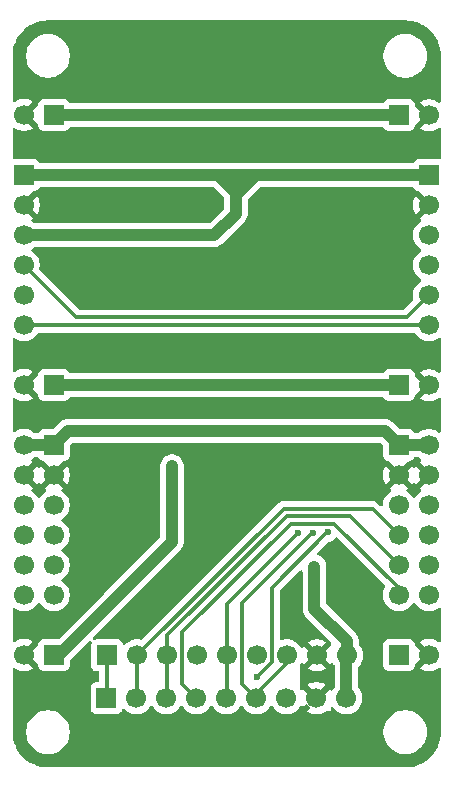
<source format=gbr>
%TF.GenerationSoftware,KiCad,Pcbnew,9.0.4*%
%TF.CreationDate,2025-10-07T14:59:10+07:00*%
%TF.ProjectId,pic0rick_Adapter,70696330-7269-4636-9b5f-416461707465,rev?*%
%TF.SameCoordinates,PX7641700PY7088980*%
%TF.FileFunction,Copper,L1,Top*%
%TF.FilePolarity,Positive*%
%FSLAX46Y46*%
G04 Gerber Fmt 4.6, Leading zero omitted, Abs format (unit mm)*
G04 Created by KiCad (PCBNEW 9.0.4) date 2025-10-07 14:59:10*
%MOMM*%
%LPD*%
G01*
G04 APERTURE LIST*
%TA.AperFunction,ComponentPad*%
%ADD10R,1.700000X1.700000*%
%TD*%
%TA.AperFunction,ComponentPad*%
%ADD11C,1.700000*%
%TD*%
%TA.AperFunction,ViaPad*%
%ADD12C,0.600000*%
%TD*%
%TA.AperFunction,Conductor*%
%ADD13C,0.300000*%
%TD*%
%TA.AperFunction,Conductor*%
%ADD14C,1.000000*%
%TD*%
G04 APERTURE END LIST*
D10*
%TO.P,J5,1,Pin_1*%
%TO.N,+5V*%
X33210000Y28120000D03*
D11*
%TO.P,J5,2,Pin_2*%
%TO.N,GND*%
X35750000Y28120000D03*
%TD*%
D10*
%TO.P,J11,1,Pin_1*%
%TO.N,unconnected-(J1-Pin_1-Pad1)*%
X8500000Y5250000D03*
D11*
%TO.P,J11,2,Pin_2*%
%TO.N,GPIO20*%
X11040000Y5250000D03*
%TO.P,J11,3,Pin_3*%
%TO.N,GPIO19*%
X13579999Y5250000D03*
%TO.P,J11,4,Pin_4*%
%TO.N,GPIO21*%
X16120000Y5250000D03*
%TO.P,J11,5,Pin_5*%
%TO.N,GPIO17*%
X18660000Y5250000D03*
%TO.P,J11,6,Pin_6*%
%TO.N,GPIO18*%
X21200000Y5250000D03*
%TO.P,J11,7,Pin_7*%
%TO.N,GPIO16*%
X23740000Y5250000D03*
%TO.P,J11,8,Pin_8*%
%TO.N,GND*%
X26280001Y5250000D03*
%TO.P,J11,9,Pin_9*%
%TO.N,+3.3V*%
X28820000Y5250000D03*
%TD*%
D10*
%TO.P,J1,1,Pin_1*%
%TO.N,unconnected-(J1-Pin_1-Pad1)*%
X8450000Y1625000D03*
D11*
%TO.P,J1,2,Pin_2*%
%TO.N,GPIO20*%
X10990000Y1625000D03*
%TO.P,J1,3,Pin_3*%
%TO.N,GPIO19*%
X13529999Y1625000D03*
%TO.P,J1,4,Pin_4*%
%TO.N,GPIO18*%
X16070000Y1625000D03*
%TO.P,J1,5,Pin_5*%
%TO.N,GPIO17*%
X18610000Y1625000D03*
%TO.P,J1,6,Pin_6*%
%TO.N,GPIO16*%
X21150000Y1625000D03*
%TO.P,J1,7,Pin_7*%
%TO.N,GPIO21*%
X23690000Y1625000D03*
%TO.P,J1,8,Pin_8*%
%TO.N,GND*%
X26230001Y1625000D03*
%TO.P,J1,9,Pin_9*%
%TO.N,+3.3V*%
X28770000Y1625000D03*
%TD*%
D10*
%TO.P,J10,1,Pin_1*%
%TO.N,+5V*%
X4000000Y5270000D03*
D11*
%TO.P,J10,2,Pin_2*%
%TO.N,GND*%
X1460000Y5270000D03*
%TD*%
D10*
%TO.P,J4,1,Pin_1*%
%TO.N,+3.3V*%
X1460000Y45910000D03*
D11*
%TO.P,J4,2,Pin_2*%
%TO.N,GND*%
X1460000Y43370000D03*
%TO.P,J4,3,Pin_3*%
%TO.N,+3.3V*%
X1460000Y40830001D03*
%TO.P,J4,4,Pin_4*%
%TO.N,GPIO12*%
X1460000Y38290000D03*
%TO.P,J4,5,Pin_5*%
%TO.N,unconnected-(J4-Pin_5-Pad5)*%
X1460000Y35750000D03*
%TO.P,J4,6,Pin_6*%
%TO.N,GPIO11*%
X1460000Y33210000D03*
%TD*%
D10*
%TO.P,J7,1,Pin_1*%
%TO.N,+5V*%
X33210000Y50980000D03*
D11*
%TO.P,J7,2,Pin_2*%
%TO.N,GND*%
X35750000Y50980000D03*
%TD*%
D10*
%TO.P,J3,1,Pin_1*%
%TO.N,+3.3V*%
X35750000Y45900000D03*
D11*
%TO.P,J3,2,Pin_2*%
%TO.N,GND*%
X35750000Y43360000D03*
%TO.P,J3,3,Pin_3*%
%TO.N,GPIO17*%
X35750000Y40820001D03*
%TO.P,J3,4,Pin_4*%
%TO.N,GPIO16*%
X35750000Y38280000D03*
%TO.P,J3,5,Pin_5*%
%TO.N,GPIO12*%
X35750000Y35740000D03*
%TO.P,J3,6,Pin_6*%
%TO.N,GPIO11*%
X35750000Y33200000D03*
%TD*%
D10*
%TO.P,J9,1,Pin_1*%
%TO.N,+5V*%
X4000000Y28130000D03*
D11*
%TO.P,J9,2,Pin_2*%
%TO.N,GND*%
X1460000Y28130000D03*
%TD*%
D10*
%TO.P,J12,1,Pin_1*%
%TO.N,+5V*%
X4000000Y51000000D03*
D11*
%TO.P,J12,2,Pin_2*%
%TO.N,GND*%
X1460000Y51000000D03*
%TD*%
D10*
%TO.P,J6,1,Pin_1*%
%TO.N,+3.3V*%
X33210000Y23039999D03*
D11*
%TO.P,J6,2,Pin_2*%
X35750000Y23039999D03*
%TO.P,J6,3,Pin_3*%
%TO.N,GND*%
X33210000Y20499999D03*
%TO.P,J6,4,Pin_4*%
X35750000Y20499999D03*
%TO.P,J6,5,Pin_5*%
%TO.N,GPIO21*%
X33210000Y17960000D03*
%TO.P,J6,6,Pin_6*%
%TO.N,GPIO28*%
X35750000Y17959999D03*
%TO.P,J6,7,Pin_7*%
%TO.N,GPIO20*%
X33210000Y15419999D03*
%TO.P,J6,8,Pin_8*%
%TO.N,GPIO27*%
X35750000Y15419999D03*
%TO.P,J6,9,Pin_9*%
%TO.N,GPIO19*%
X33210000Y12879999D03*
%TO.P,J6,10,Pin_10*%
%TO.N,GPIO26*%
X35750000Y12879999D03*
%TO.P,J6,11,Pin_11*%
%TO.N,GPIO18*%
X33210000Y10339999D03*
%TO.P,J6,12,Pin_12*%
%TO.N,GPIO22*%
X35750000Y10339999D03*
%TD*%
D10*
%TO.P,J2,1,Pin_1*%
%TO.N,+5V*%
X33210000Y5270000D03*
D11*
%TO.P,J2,2,Pin_2*%
%TO.N,GND*%
X35750000Y5270000D03*
%TD*%
D10*
%TO.P,J8,1,Pin_1*%
%TO.N,+3.3V*%
X4000000Y23050000D03*
D11*
%TO.P,J8,2,Pin_2*%
X1460000Y23050000D03*
%TO.P,J8,3,Pin_3*%
%TO.N,GND*%
X4000000Y20510000D03*
%TO.P,J8,4,Pin_4*%
X1460000Y20510000D03*
%TO.P,J8,5,Pin_5*%
%TO.N,unconnected-(J8-Pin_5-Pad5)*%
X4000000Y17970000D03*
%TO.P,J8,6,Pin_6*%
%TO.N,GPIO22*%
X1460000Y17970000D03*
%TO.P,J8,7,Pin_7*%
%TO.N,GPIO28*%
X4000000Y15430000D03*
%TO.P,J8,8,Pin_8*%
%TO.N,unconnected-(J8-Pin_8-Pad8)*%
X1460000Y15430000D03*
%TO.P,J8,9,Pin_9*%
%TO.N,GPIO27*%
X4000000Y12890000D03*
%TO.P,J8,10,Pin_10*%
%TO.N,unconnected-(J8-Pin_10-Pad10)*%
X1460000Y12890000D03*
%TO.P,J8,11,Pin_11*%
%TO.N,GPIO26*%
X4000000Y10350000D03*
%TO.P,J8,12,Pin_12*%
%TO.N,unconnected-(J8-Pin_12-Pad12)*%
X1460000Y10350000D03*
%TD*%
D12*
%TO.N,GPIO21*%
X21200000Y3400000D03*
%TO.N,GND*%
X22500000Y44250000D03*
X4000000Y1250000D03*
X27250000Y36750000D03*
X21250000Y42750000D03*
X7250000Y13750000D03*
X10000000Y42750000D03*
X5750000Y47750000D03*
X3500000Y39250000D03*
X19250000Y19500000D03*
X28250000Y47500000D03*
X33250000Y44250000D03*
X27500000Y49500000D03*
X12250000Y35000000D03*
X8250000Y43500000D03*
X9250000Y16250000D03*
X27500000Y14250000D03*
X25500000Y52750000D03*
X6500000Y21250000D03*
X6500000Y26000000D03*
X16000000Y43500000D03*
X25000000Y37500000D03*
X26750000Y26250000D03*
X33500000Y35500000D03*
X29500000Y42000000D03*
X30500000Y30000000D03*
X10250000Y37000000D03*
X29250000Y44250000D03*
X19000000Y52750000D03*
X29000000Y52500000D03*
X6250000Y35750000D03*
X14750000Y47750000D03*
X18250000Y22500000D03*
X25500000Y41250000D03*
X28250000Y12250000D03*
X31250000Y1250000D03*
X33750000Y1250000D03*
X12250000Y37000000D03*
X31250000Y35000000D03*
X12250000Y52750000D03*
X22750000Y40500000D03*
X16750000Y42750000D03*
X19250000Y26250000D03*
X9500000Y52750000D03*
X10750000Y14000000D03*
X28250000Y40500000D03*
X10250000Y32000000D03*
X5750000Y49250000D03*
X12000000Y32000000D03*
X6750000Y31750000D03*
X6750000Y52750000D03*
X27250000Y13250000D03*
X12000000Y44250000D03*
X21500000Y22500000D03*
X15750000Y44500000D03*
X18750000Y47500000D03*
X7750000Y15750000D03*
X31250000Y53000000D03*
X7750000Y44500000D03*
X22000000Y18000000D03*
X19500000Y15500000D03*
X23250000Y47500000D03*
X8750000Y13750000D03*
X16000000Y39000000D03*
X15750000Y22500000D03*
X15500000Y42500000D03*
X13250000Y49500000D03*
X32250000Y37000000D03*
X6750000Y30000000D03*
X8750000Y42500000D03*
X16000000Y49250000D03*
X29250000Y12500000D03*
X15750000Y19750000D03*
X30750000Y26250000D03*
X27250000Y39000000D03*
X19750000Y35000000D03*
X30500000Y49500000D03*
X5750000Y39250000D03*
X30750000Y31500000D03*
X10500000Y43500000D03*
X17750000Y44000000D03*
X27000000Y31000000D03*
X22750000Y20250000D03*
X36000000Y1250000D03*
X16250000Y36750000D03*
X6000000Y2750000D03*
X16000000Y30750000D03*
X9750000Y47250000D03*
X17250000Y14300000D03*
X23500000Y31000000D03*
X12250000Y39250000D03*
X34000000Y37000000D03*
X18500000Y30750000D03*
X19750000Y37500000D03*
X16000000Y35000000D03*
X18750000Y39250000D03*
X16000000Y17500000D03*
X16250000Y26250000D03*
X36000000Y52750000D03*
X9000000Y12250000D03*
X32000000Y47500000D03*
X8000000Y49250000D03*
X12250000Y42750000D03*
X15250000Y52750000D03*
X28250000Y13250000D03*
X27000000Y35000000D03*
X20000000Y49500000D03*
X22250000Y52750000D03*
X1250000Y1250000D03*
X12500000Y29750000D03*
X23500000Y26250000D03*
X23250000Y35000000D03*
X25500000Y44250000D03*
X10000000Y39250000D03*
X6750000Y16750000D03*
X22500000Y37750000D03*
X23750000Y49500000D03*
X20000000Y40750000D03*
%TO.N,+5V*%
X14000000Y28150000D03*
X14000000Y21250000D03*
%TO.N,GPIO16*%
X25900000Y15625000D03*
%TO.N,+3.3V*%
X26050000Y12750000D03*
%TO.N,GPIO17*%
X24625000Y15600000D03*
%TO.N,GPIO21*%
X27175000Y15650000D03*
%TD*%
D13*
%TO.N,GPIO21*%
X22475000Y10975000D02*
X22475000Y4675000D01*
X27150000Y15650000D02*
X22475000Y10975000D01*
X27175000Y15650000D02*
X27150000Y15650000D01*
X22475000Y4675000D02*
X21200000Y3400000D01*
%TO.N,GPIO18*%
X14850000Y2845000D02*
X16070000Y1625000D01*
X14850000Y7200000D02*
X14850000Y2845000D01*
X24050000Y16400000D02*
X14850000Y7200000D01*
X27750000Y16400000D02*
X24050000Y16400000D01*
X33210000Y10940000D02*
X27750000Y16400000D01*
X33210000Y10339999D02*
X33210000Y10940000D01*
%TO.N,GPIO16*%
X19925000Y2850000D02*
X21150000Y1625000D01*
X19925000Y9675000D02*
X19925000Y2850000D01*
X25875000Y15625000D02*
X19925000Y9675000D01*
X25900000Y15625000D02*
X25875000Y15625000D01*
%TO.N,GPIO17*%
X24625000Y15575000D02*
X18660000Y9610000D01*
X18660000Y9610000D02*
X18660000Y5250000D01*
X24625000Y15600000D02*
X24625000Y15575000D01*
D14*
%TO.N,+3.3V*%
X26050000Y9200000D02*
X28820000Y6430000D01*
X26050000Y12750000D02*
X26050000Y9200000D01*
X28820000Y6430000D02*
X28820000Y5250000D01*
D13*
%TO.N,GPIO16*%
X23740000Y4590000D02*
X23740000Y5250000D01*
X21150000Y2000000D02*
X23740000Y4590000D01*
X21150000Y1625000D02*
X21150000Y2000000D01*
%TO.N,GPIO17*%
X18660000Y1675000D02*
X18610000Y1625000D01*
X18660000Y5250000D02*
X18660000Y1675000D01*
%TO.N,unconnected-(J1-Pin_1-Pad1)*%
X8500000Y1675000D02*
X8450000Y1625000D01*
X8500000Y5250000D02*
X8500000Y1675000D01*
D14*
%TO.N,+5V*%
X33210000Y28120000D02*
X4010000Y28120000D01*
D13*
X33190000Y51000000D02*
X33210000Y50980000D01*
D14*
X4000000Y5270000D02*
X4420000Y5270000D01*
D13*
X4010000Y28120000D02*
X4000000Y28130000D01*
D14*
X8850000Y9700000D02*
X14000000Y14850000D01*
X4420000Y5270000D02*
X8850000Y9700000D01*
X4000000Y51000000D02*
X33190000Y51000000D01*
X14000000Y14850000D02*
X14000000Y21250000D01*
D13*
%TO.N,GPIO16*%
X21200000Y1675000D02*
X21150000Y1625000D01*
%TO.N,GPIO11*%
X35750000Y33200000D02*
X1470000Y33200000D01*
X1470000Y33200000D02*
X1460000Y33210000D01*
%TO.N,+3.3V*%
X28770000Y5200000D02*
X28820000Y5250000D01*
D14*
X21100000Y45910000D02*
X35740000Y45910000D01*
X19400000Y44410000D02*
X17900000Y45910000D01*
X1460000Y40830001D02*
X17580001Y40830001D01*
X33210000Y23039999D02*
X31999999Y24250000D01*
D13*
X1470001Y23039999D02*
X1460000Y23050000D01*
D14*
X1460000Y45910000D02*
X17900000Y45910000D01*
X19400000Y45860000D02*
X19450000Y45910000D01*
X19590000Y44400000D02*
X21100000Y45910000D01*
X31999999Y24250000D02*
X5200000Y24250000D01*
X35740000Y45910000D02*
X35750000Y45900000D01*
X19400000Y42650000D02*
X19400000Y44400000D01*
X19400000Y44400000D02*
X19400000Y45860000D01*
X19400000Y44400000D02*
X19400000Y44410000D01*
X28770000Y1625000D02*
X28770000Y5200000D01*
X17900000Y45910000D02*
X19450000Y45910000D01*
X17580001Y40830001D02*
X19400000Y42650000D01*
X19400000Y44400000D02*
X19590000Y44400000D01*
X35750000Y23039999D02*
X33210000Y23039999D01*
X5200000Y24250000D02*
X3989999Y23039999D01*
X3989999Y23039999D02*
X1470001Y23039999D01*
X19450000Y45910000D02*
X21100000Y45910000D01*
D13*
%TO.N,GPIO17*%
X18610000Y5200000D02*
X18660000Y5250000D01*
%TO.N,GPIO12*%
X5900000Y33850000D02*
X1460000Y38290000D01*
X33860000Y33850000D02*
X5900000Y33850000D01*
X35750000Y35740000D02*
X33860000Y33850000D01*
%TO.N,GPIO18*%
X16120000Y1675000D02*
X16070000Y1625000D01*
%TO.N,GPIO19*%
X33210000Y12879999D02*
X29039999Y17050000D01*
X13579999Y6929999D02*
X13579999Y5250000D01*
X13579999Y5250000D02*
X13579999Y1675000D01*
X23700000Y17050000D02*
X13579999Y6929999D01*
X29039999Y17050000D02*
X23700000Y17050000D01*
X13579999Y1675000D02*
X13529999Y1625000D01*
%TO.N,GPIO20*%
X33210000Y15419999D02*
X30979999Y17650000D01*
X23440000Y17650000D02*
X11040000Y5250000D01*
X30979999Y17650000D02*
X23440000Y17650000D01*
X11040000Y1675000D02*
X10990000Y1625000D01*
X11040000Y5250000D02*
X11040000Y1675000D01*
%TO.N,GPIO21*%
X23740000Y1675000D02*
X23690000Y1625000D01*
%TD*%
%TA.AperFunction,Conductor*%
%TO.N,GND*%
G36*
X28016391Y15213412D02*
G01*
X28021210Y15208844D01*
X32034210Y11195844D01*
X32067695Y11134521D01*
X32062711Y11064829D01*
X32057014Y11051868D01*
X31958444Y10858414D01*
X31892753Y10656239D01*
X31892429Y10654192D01*
X31859500Y10446286D01*
X31859500Y10233712D01*
X31892754Y10023756D01*
X31955193Y9831588D01*
X31958444Y9821585D01*
X32054951Y9632179D01*
X32179890Y9460213D01*
X32330213Y9309890D01*
X32502179Y9184951D01*
X32502181Y9184950D01*
X32502184Y9184948D01*
X32691588Y9088442D01*
X32893757Y9022753D01*
X33103713Y8989499D01*
X33103714Y8989499D01*
X33316286Y8989499D01*
X33316287Y8989499D01*
X33526243Y9022753D01*
X33728412Y9088442D01*
X33917816Y9184948D01*
X33986380Y9234762D01*
X34089786Y9309890D01*
X34089788Y9309893D01*
X34089792Y9309895D01*
X34240104Y9460207D01*
X34240106Y9460211D01*
X34240109Y9460213D01*
X34365048Y9632179D01*
X34365047Y9632179D01*
X34365051Y9632183D01*
X34369514Y9640945D01*
X34417488Y9691740D01*
X34485308Y9708536D01*
X34551444Y9686000D01*
X34590486Y9640943D01*
X34594951Y9632179D01*
X34719890Y9460213D01*
X34870213Y9309890D01*
X35042179Y9184951D01*
X35042181Y9184950D01*
X35042184Y9184948D01*
X35231588Y9088442D01*
X35433757Y9022753D01*
X35643713Y8989499D01*
X35643714Y8989499D01*
X35856286Y8989499D01*
X35856287Y8989499D01*
X36066243Y9022753D01*
X36268412Y9088442D01*
X36457816Y9184948D01*
X36552615Y9253823D01*
X36618421Y9277303D01*
X36686475Y9261478D01*
X36735170Y9211372D01*
X36749500Y9153505D01*
X36749500Y6455877D01*
X36729815Y6388838D01*
X36677011Y6343083D01*
X36607853Y6333139D01*
X36552615Y6355558D01*
X36457553Y6424624D01*
X36268217Y6521096D01*
X36066129Y6586758D01*
X35856246Y6620000D01*
X35643754Y6620000D01*
X35433872Y6586758D01*
X35433869Y6586758D01*
X35231782Y6521096D01*
X35042439Y6424620D01*
X34988282Y6385273D01*
X34988282Y6385272D01*
X35620591Y5752963D01*
X35557007Y5735925D01*
X35442993Y5670099D01*
X35349901Y5577007D01*
X35284075Y5462993D01*
X35267037Y5399409D01*
X34596818Y6069628D01*
X34563333Y6130951D01*
X34560499Y6157309D01*
X34560499Y6167871D01*
X34560498Y6167877D01*
X34560497Y6167884D01*
X34554091Y6227483D01*
X34534462Y6280110D01*
X34503797Y6362329D01*
X34503793Y6362336D01*
X34417547Y6477545D01*
X34417544Y6477548D01*
X34302335Y6563794D01*
X34302328Y6563798D01*
X34167482Y6614092D01*
X34167483Y6614092D01*
X34107883Y6620499D01*
X34107881Y6620500D01*
X34107873Y6620500D01*
X34107864Y6620500D01*
X32312129Y6620500D01*
X32312123Y6620499D01*
X32252516Y6614092D01*
X32117671Y6563798D01*
X32117664Y6563794D01*
X32002455Y6477548D01*
X32002452Y6477545D01*
X31916206Y6362336D01*
X31916202Y6362329D01*
X31865908Y6227483D01*
X31860797Y6179941D01*
X31859501Y6167877D01*
X31859500Y6167865D01*
X31859500Y4372130D01*
X31859501Y4372124D01*
X31865908Y4312517D01*
X31916202Y4177672D01*
X31916206Y4177665D01*
X32002452Y4062456D01*
X32002455Y4062453D01*
X32117664Y3976207D01*
X32117671Y3976203D01*
X32252517Y3925909D01*
X32252516Y3925909D01*
X32259444Y3925165D01*
X32312127Y3919500D01*
X34107872Y3919501D01*
X34167483Y3925909D01*
X34302331Y3976204D01*
X34417546Y4062454D01*
X34503796Y4177669D01*
X34554091Y4312517D01*
X34560500Y4372127D01*
X34560499Y4382688D01*
X34580179Y4449725D01*
X34596818Y4470374D01*
X35267037Y5140592D01*
X35284075Y5077007D01*
X35349901Y4962993D01*
X35442993Y4869901D01*
X35557007Y4804075D01*
X35620589Y4787038D01*
X34988282Y4154731D01*
X34988282Y4154730D01*
X35042449Y4115376D01*
X35231782Y4018905D01*
X35433870Y3953243D01*
X35643754Y3920000D01*
X35856246Y3920000D01*
X36066127Y3953243D01*
X36066130Y3953243D01*
X36268217Y4018905D01*
X36457557Y4115380D01*
X36552615Y4184442D01*
X36618421Y4207922D01*
X36686475Y4192096D01*
X36735170Y4141991D01*
X36749500Y4084124D01*
X36749500Y-1246753D01*
X36749330Y-1253243D01*
X36733407Y-1557046D01*
X36732050Y-1569953D01*
X36684971Y-1867205D01*
X36682273Y-1879902D01*
X36604374Y-2170623D01*
X36600363Y-2182966D01*
X36492510Y-2463935D01*
X36487231Y-2475793D01*
X36350591Y-2743963D01*
X36344101Y-2755203D01*
X36180187Y-3007608D01*
X36172558Y-3018109D01*
X35983149Y-3252010D01*
X35974464Y-3261655D01*
X35761655Y-3474464D01*
X35752010Y-3483149D01*
X35518109Y-3672558D01*
X35507608Y-3680187D01*
X35255203Y-3844101D01*
X35243963Y-3850591D01*
X34975793Y-3987231D01*
X34963935Y-3992510D01*
X34682966Y-4100363D01*
X34670623Y-4104374D01*
X34379902Y-4182273D01*
X34367205Y-4184971D01*
X34069953Y-4232050D01*
X34057046Y-4233407D01*
X33753244Y-4249330D01*
X33746754Y-4249500D01*
X3503246Y-4249500D01*
X3496756Y-4249330D01*
X3192953Y-4233407D01*
X3180046Y-4232050D01*
X2882794Y-4184971D01*
X2870097Y-4182273D01*
X2579376Y-4104374D01*
X2567033Y-4100363D01*
X2286064Y-3992510D01*
X2274206Y-3987231D01*
X2006036Y-3850591D01*
X1994796Y-3844101D01*
X1742391Y-3680187D01*
X1731890Y-3672558D01*
X1497989Y-3483149D01*
X1488344Y-3474464D01*
X1275535Y-3261655D01*
X1266850Y-3252010D01*
X1077441Y-3018109D01*
X1069812Y-3007608D01*
X1008517Y-2913222D01*
X905896Y-2755199D01*
X899408Y-2743963D01*
X762768Y-2475793D01*
X757489Y-2463935D01*
X686994Y-2280289D01*
X649635Y-2182965D01*
X645625Y-2170623D01*
X644626Y-2166895D01*
X567724Y-1879896D01*
X565028Y-1867205D01*
X561685Y-1846100D01*
X517949Y-1569953D01*
X516592Y-1557046D01*
X500670Y-1253243D01*
X500500Y-1246753D01*
X500500Y-1128711D01*
X1649500Y-1128711D01*
X1649500Y-1371288D01*
X1681161Y-1611785D01*
X1743947Y-1846104D01*
X1757947Y-1879902D01*
X1836776Y-2070212D01*
X1958064Y-2280289D01*
X1958066Y-2280292D01*
X1958067Y-2280293D01*
X2105733Y-2472736D01*
X2105739Y-2472743D01*
X2277256Y-2644260D01*
X2277262Y-2644265D01*
X2469711Y-2791936D01*
X2679788Y-2913224D01*
X2903900Y-3006054D01*
X3138211Y-3068838D01*
X3318586Y-3092584D01*
X3378711Y-3100500D01*
X3378712Y-3100500D01*
X3621289Y-3100500D01*
X3669388Y-3094167D01*
X3861789Y-3068838D01*
X4096100Y-3006054D01*
X4320212Y-2913224D01*
X4530289Y-2791936D01*
X4722738Y-2644265D01*
X4894265Y-2472738D01*
X5041936Y-2280289D01*
X5163224Y-2070212D01*
X5256054Y-1846100D01*
X5318838Y-1611789D01*
X5350500Y-1371288D01*
X5350500Y-1128712D01*
X5350500Y-1128711D01*
X31899500Y-1128711D01*
X31899500Y-1371288D01*
X31931161Y-1611785D01*
X31993947Y-1846104D01*
X32007947Y-1879902D01*
X32086776Y-2070212D01*
X32208064Y-2280289D01*
X32208066Y-2280292D01*
X32208067Y-2280293D01*
X32355733Y-2472736D01*
X32355739Y-2472743D01*
X32527256Y-2644260D01*
X32527262Y-2644265D01*
X32719711Y-2791936D01*
X32929788Y-2913224D01*
X33153900Y-3006054D01*
X33388211Y-3068838D01*
X33568586Y-3092584D01*
X33628711Y-3100500D01*
X33628712Y-3100500D01*
X33871289Y-3100500D01*
X33919388Y-3094167D01*
X34111789Y-3068838D01*
X34346100Y-3006054D01*
X34570212Y-2913224D01*
X34780289Y-2791936D01*
X34972738Y-2644265D01*
X35144265Y-2472738D01*
X35291936Y-2280289D01*
X35413224Y-2070212D01*
X35506054Y-1846100D01*
X35568838Y-1611789D01*
X35600500Y-1371288D01*
X35600500Y-1128712D01*
X35568838Y-888211D01*
X35506054Y-653900D01*
X35413224Y-429788D01*
X35291936Y-219711D01*
X35144265Y-27262D01*
X35144260Y-27256D01*
X34972743Y144261D01*
X34972736Y144267D01*
X34780293Y291933D01*
X34780292Y291934D01*
X34780289Y291936D01*
X34570212Y413224D01*
X34570205Y413227D01*
X34346104Y506053D01*
X34111785Y568839D01*
X33871289Y600500D01*
X33871288Y600500D01*
X33628712Y600500D01*
X33628711Y600500D01*
X33388214Y568839D01*
X33153895Y506053D01*
X32929794Y413227D01*
X32929785Y413223D01*
X32719706Y291933D01*
X32527263Y144267D01*
X32527256Y144261D01*
X32355739Y-27256D01*
X32355733Y-27263D01*
X32208067Y-219706D01*
X32086777Y-429785D01*
X32086773Y-429794D01*
X31993947Y-653895D01*
X31931161Y-888214D01*
X31899500Y-1128711D01*
X5350500Y-1128711D01*
X5318838Y-888211D01*
X5256054Y-653900D01*
X5163224Y-429788D01*
X5041936Y-219711D01*
X4894265Y-27262D01*
X4894260Y-27256D01*
X4722743Y144261D01*
X4722736Y144267D01*
X4530293Y291933D01*
X4530292Y291934D01*
X4530289Y291936D01*
X4320212Y413224D01*
X4320205Y413227D01*
X4096104Y506053D01*
X3861785Y568839D01*
X3621289Y600500D01*
X3621288Y600500D01*
X3378712Y600500D01*
X3378711Y600500D01*
X3138214Y568839D01*
X2903895Y506053D01*
X2679794Y413227D01*
X2679785Y413223D01*
X2469706Y291933D01*
X2277263Y144267D01*
X2277256Y144261D01*
X2105739Y-27256D01*
X2105733Y-27263D01*
X1958067Y-219706D01*
X1836777Y-429785D01*
X1836773Y-429794D01*
X1743947Y-653895D01*
X1681161Y-888214D01*
X1649500Y-1128711D01*
X500500Y-1128711D01*
X500500Y4055063D01*
X520185Y4122102D01*
X572989Y4167857D01*
X642147Y4177801D01*
X697386Y4155381D01*
X752445Y4115378D01*
X941782Y4018905D01*
X1143870Y3953243D01*
X1353754Y3920000D01*
X1566246Y3920000D01*
X1776127Y3953243D01*
X1776130Y3953243D01*
X1978217Y4018905D01*
X2167554Y4115378D01*
X2221716Y4154730D01*
X2221717Y4154730D01*
X1589409Y4787038D01*
X1652993Y4804075D01*
X1767007Y4869901D01*
X1860099Y4962993D01*
X1925925Y5077007D01*
X1942962Y5140591D01*
X2613181Y4470372D01*
X2646666Y4409049D01*
X2649500Y4382700D01*
X2649500Y4372135D01*
X2649501Y4372124D01*
X2655908Y4312517D01*
X2706202Y4177672D01*
X2706206Y4177665D01*
X2792452Y4062456D01*
X2792455Y4062453D01*
X2907664Y3976207D01*
X2907671Y3976203D01*
X3042517Y3925909D01*
X3042516Y3925909D01*
X3049444Y3925165D01*
X3102127Y3919500D01*
X4897872Y3919501D01*
X4957483Y3925909D01*
X5092331Y3976204D01*
X5207546Y4062454D01*
X5293796Y4177669D01*
X5344091Y4312517D01*
X5350500Y4372127D01*
X5350499Y4734220D01*
X5370183Y4801258D01*
X5386813Y4821895D01*
X6980972Y6416054D01*
X7042295Y6449538D01*
X7111987Y6444554D01*
X7167920Y6402682D01*
X7192337Y6337218D01*
X7184835Y6285039D01*
X7155908Y6207483D01*
X7149501Y6147884D01*
X7149500Y6147865D01*
X7149500Y4352130D01*
X7149501Y4352124D01*
X7155908Y4292517D01*
X7206202Y4157672D01*
X7206206Y4157665D01*
X7292452Y4042456D01*
X7292455Y4042453D01*
X7407664Y3956207D01*
X7407671Y3956203D01*
X7437802Y3944965D01*
X7542517Y3905909D01*
X7602127Y3899500D01*
X7725500Y3899501D01*
X7792539Y3879817D01*
X7838294Y3827013D01*
X7849500Y3775501D01*
X7849500Y3099500D01*
X7829815Y3032461D01*
X7777011Y2986706D01*
X7725501Y2975500D01*
X7552130Y2975500D01*
X7552123Y2975499D01*
X7492516Y2969092D01*
X7357671Y2918798D01*
X7357664Y2918794D01*
X7242455Y2832548D01*
X7242452Y2832545D01*
X7156206Y2717336D01*
X7156202Y2717329D01*
X7105908Y2582483D01*
X7099501Y2522884D01*
X7099500Y2522865D01*
X7099500Y727130D01*
X7099501Y727124D01*
X7105908Y667517D01*
X7156202Y532672D01*
X7156206Y532665D01*
X7242452Y417456D01*
X7242455Y417453D01*
X7357664Y331207D01*
X7357671Y331203D01*
X7492517Y280909D01*
X7492516Y280909D01*
X7499444Y280165D01*
X7552127Y274500D01*
X9347872Y274501D01*
X9407483Y280909D01*
X9542331Y331204D01*
X9657546Y417454D01*
X9743796Y532669D01*
X9792810Y664084D01*
X9834681Y720016D01*
X9900145Y744434D01*
X9968418Y729583D01*
X9996673Y708431D01*
X10110213Y594891D01*
X10282179Y469952D01*
X10282181Y469951D01*
X10282184Y469949D01*
X10471588Y373443D01*
X10673757Y307754D01*
X10883713Y274500D01*
X10883714Y274500D01*
X11096286Y274500D01*
X11096287Y274500D01*
X11306243Y307754D01*
X11508412Y373443D01*
X11697816Y469949D01*
X11784138Y532665D01*
X11869786Y594891D01*
X11869788Y594894D01*
X11869792Y594896D01*
X12020104Y745208D01*
X12020106Y745212D01*
X12020109Y745214D01*
X12145048Y917180D01*
X12145050Y917183D01*
X12145051Y917184D01*
X12149512Y925942D01*
X12197483Y976738D01*
X12265303Y993536D01*
X12331440Y971002D01*
X12370483Y925946D01*
X12374948Y917183D01*
X12499889Y745214D01*
X12650212Y594891D01*
X12822178Y469952D01*
X12822180Y469951D01*
X12822183Y469949D01*
X13011587Y373443D01*
X13213756Y307754D01*
X13423712Y274500D01*
X13423713Y274500D01*
X13636285Y274500D01*
X13636286Y274500D01*
X13846242Y307754D01*
X14048411Y373443D01*
X14237815Y469949D01*
X14324137Y532665D01*
X14409785Y594891D01*
X14409787Y594894D01*
X14409791Y594896D01*
X14560103Y745208D01*
X14560105Y745212D01*
X14560108Y745214D01*
X14685047Y917179D01*
X14685187Y917453D01*
X14689512Y925944D01*
X14737483Y976740D01*
X14805303Y993538D01*
X14871439Y971004D01*
X14910483Y925948D01*
X14914949Y917183D01*
X15039890Y745214D01*
X15190213Y594891D01*
X15362179Y469952D01*
X15362181Y469951D01*
X15362184Y469949D01*
X15551588Y373443D01*
X15753757Y307754D01*
X15963713Y274500D01*
X15963714Y274500D01*
X16176286Y274500D01*
X16176287Y274500D01*
X16386243Y307754D01*
X16588412Y373443D01*
X16777816Y469949D01*
X16864138Y532665D01*
X16949786Y594891D01*
X16949788Y594894D01*
X16949792Y594896D01*
X17100104Y745208D01*
X17100106Y745212D01*
X17100109Y745214D01*
X17225048Y917180D01*
X17225050Y917183D01*
X17225051Y917184D01*
X17229514Y925946D01*
X17277488Y976741D01*
X17345308Y993537D01*
X17411444Y971001D01*
X17450484Y925946D01*
X17453651Y919731D01*
X17454951Y917180D01*
X17579890Y745214D01*
X17730213Y594891D01*
X17902179Y469952D01*
X17902181Y469951D01*
X17902184Y469949D01*
X18091588Y373443D01*
X18293757Y307754D01*
X18503713Y274500D01*
X18503714Y274500D01*
X18716286Y274500D01*
X18716287Y274500D01*
X18926243Y307754D01*
X19128412Y373443D01*
X19317816Y469949D01*
X19404138Y532665D01*
X19489786Y594891D01*
X19489788Y594894D01*
X19489792Y594896D01*
X19640104Y745208D01*
X19640106Y745212D01*
X19640109Y745214D01*
X19765048Y917180D01*
X19765050Y917183D01*
X19765051Y917184D01*
X19769514Y925946D01*
X19817488Y976741D01*
X19885308Y993537D01*
X19951444Y971001D01*
X19990484Y925946D01*
X19993651Y919731D01*
X19994951Y917180D01*
X20119890Y745214D01*
X20270213Y594891D01*
X20442179Y469952D01*
X20442181Y469951D01*
X20442184Y469949D01*
X20631588Y373443D01*
X20833757Y307754D01*
X21043713Y274500D01*
X21043714Y274500D01*
X21256286Y274500D01*
X21256287Y274500D01*
X21466243Y307754D01*
X21668412Y373443D01*
X21857816Y469949D01*
X21944138Y532665D01*
X22029786Y594891D01*
X22029788Y594894D01*
X22029792Y594896D01*
X22180104Y745208D01*
X22180106Y745212D01*
X22180109Y745214D01*
X22305048Y917180D01*
X22305050Y917183D01*
X22305051Y917184D01*
X22309514Y925946D01*
X22357488Y976741D01*
X22425308Y993537D01*
X22491444Y971001D01*
X22530484Y925946D01*
X22533651Y919731D01*
X22534951Y917180D01*
X22659890Y745214D01*
X22810213Y594891D01*
X22982179Y469952D01*
X22982181Y469951D01*
X22982184Y469949D01*
X23171588Y373443D01*
X23373757Y307754D01*
X23583713Y274500D01*
X23583714Y274500D01*
X23796286Y274500D01*
X23796287Y274500D01*
X24006243Y307754D01*
X24208412Y373443D01*
X24397816Y469949D01*
X24484138Y532665D01*
X24569786Y594891D01*
X24569788Y594894D01*
X24569792Y594896D01*
X24720104Y745208D01*
X24720106Y745212D01*
X24720109Y745214D01*
X24845048Y917180D01*
X24845050Y917183D01*
X24845051Y917184D01*
X24849795Y926496D01*
X24897767Y977292D01*
X24965587Y994089D01*
X25031723Y971554D01*
X25070766Y926497D01*
X25075374Y917453D01*
X25114729Y863284D01*
X25400722Y1149278D01*
X25754276Y795724D01*
X25468283Y509731D01*
X25468283Y509730D01*
X25522450Y470376D01*
X25711783Y373905D01*
X25913871Y308243D01*
X26123755Y275000D01*
X26336247Y275000D01*
X26546128Y308243D01*
X26546131Y308243D01*
X26748218Y373905D01*
X26937558Y470380D01*
X27014552Y526318D01*
X27080358Y549798D01*
X27087437Y550000D01*
X27375000Y550000D01*
X27425000Y600000D01*
X27425000Y796993D01*
X27444685Y864032D01*
X27497489Y909787D01*
X27566647Y919731D01*
X27630203Y890706D01*
X27649316Y869881D01*
X27702272Y796993D01*
X27739896Y745208D01*
X27890213Y594891D01*
X28062179Y469952D01*
X28062181Y469951D01*
X28062184Y469949D01*
X28251588Y373443D01*
X28453757Y307754D01*
X28663713Y274500D01*
X28663714Y274500D01*
X28876286Y274500D01*
X28876287Y274500D01*
X29086243Y307754D01*
X29288412Y373443D01*
X29477816Y469949D01*
X29564138Y532665D01*
X29649786Y594891D01*
X29649788Y594894D01*
X29649792Y594896D01*
X29800104Y745208D01*
X29800106Y745212D01*
X29800109Y745214D01*
X29925048Y917180D01*
X29925050Y917183D01*
X29925051Y917184D01*
X30021557Y1106588D01*
X30087246Y1308757D01*
X30120500Y1518713D01*
X30120500Y1731287D01*
X30087246Y1941243D01*
X30021557Y2143412D01*
X29925051Y2332816D01*
X29925049Y2332819D01*
X29925048Y2332821D01*
X29797241Y2508734D01*
X29798108Y2509365D01*
X29771641Y2568419D01*
X29770500Y2585200D01*
X29770500Y4239242D01*
X29790185Y4306281D01*
X29806819Y4326923D01*
X29824912Y4345016D01*
X29850104Y4370208D01*
X29850106Y4370212D01*
X29850109Y4370214D01*
X29975048Y4542180D01*
X29975050Y4542183D01*
X29975051Y4542184D01*
X30071557Y4731588D01*
X30137246Y4933757D01*
X30170500Y5143713D01*
X30170500Y5356287D01*
X30137246Y5566243D01*
X30071557Y5768412D01*
X29975051Y5957816D01*
X29850104Y6129792D01*
X29848678Y6131218D01*
X29844741Y6136551D01*
X29834199Y6165399D01*
X29821641Y6193419D01*
X29821110Y6201216D01*
X29820760Y6202176D01*
X29820979Y6203153D01*
X29820500Y6210200D01*
X29820500Y6325325D01*
X29820501Y6325346D01*
X29820501Y6528543D01*
X29820500Y6528545D01*
X29815454Y6553912D01*
X29782052Y6721835D01*
X29706632Y6903914D01*
X29706631Y6903915D01*
X29706628Y6903921D01*
X29597140Y7067781D01*
X29597137Y7067785D01*
X27086819Y9578103D01*
X27053334Y9639426D01*
X27050500Y9665784D01*
X27050500Y12848544D01*
X27012052Y13041830D01*
X27012051Y13041831D01*
X27012051Y13041835D01*
X26943952Y13206243D01*
X26936635Y13223908D01*
X26936628Y13223921D01*
X26827139Y13387782D01*
X26827136Y13387786D01*
X26687785Y13527137D01*
X26687781Y13527140D01*
X26523920Y13636629D01*
X26523907Y13636636D01*
X26364909Y13702494D01*
X26310505Y13746335D01*
X26288440Y13812629D01*
X26305719Y13880328D01*
X26324676Y13904732D01*
X27246724Y14826780D01*
X27308045Y14860263D01*
X27310063Y14860684D01*
X27408497Y14880263D01*
X27554179Y14940606D01*
X27685289Y15028211D01*
X27796789Y15139711D01*
X27830427Y15190054D01*
X27884038Y15234859D01*
X27953363Y15243566D01*
X28016391Y15213412D01*
G37*
%TD.AperFunction*%
%TA.AperFunction,Conductor*%
G36*
X27395271Y4488283D02*
G01*
X27395271Y4488284D01*
X27434624Y4542447D01*
X27439231Y4551489D01*
X27441948Y4554367D01*
X27442918Y4558205D01*
X27465742Y4579564D01*
X27487202Y4602288D01*
X27491044Y4603240D01*
X27493934Y4605944D01*
X27524678Y4611572D01*
X27555022Y4619088D01*
X27558768Y4617812D01*
X27562662Y4618524D01*
X27591571Y4606635D01*
X27621158Y4596554D01*
X27624675Y4593021D01*
X27627281Y4591949D01*
X27634178Y4583475D01*
X27651396Y4566178D01*
X27656310Y4559138D01*
X27664949Y4542184D01*
X27746514Y4429918D01*
X27747177Y4428969D01*
X27757927Y4396938D01*
X27769298Y4365071D01*
X27769360Y4362876D01*
X27769409Y4362731D01*
X27769369Y4362574D01*
X27769500Y4357992D01*
X27769500Y2585200D01*
X27749815Y2518161D01*
X27740506Y2505635D01*
X27614950Y2332819D01*
X27610201Y2323499D01*
X27562223Y2272706D01*
X27494402Y2255914D01*
X27428268Y2278455D01*
X27389232Y2323509D01*
X27384625Y2332551D01*
X27345271Y2386718D01*
X27345270Y2386718D01*
X26712963Y1754410D01*
X26695926Y1817993D01*
X26630100Y1932007D01*
X26537008Y2025099D01*
X26422994Y2090925D01*
X26359410Y2107963D01*
X26991717Y2740272D01*
X26937551Y2779625D01*
X26748218Y2876096D01*
X26546130Y2941758D01*
X26336247Y2975000D01*
X26123755Y2975000D01*
X25913873Y2941758D01*
X25913870Y2941758D01*
X25711783Y2876096D01*
X25522440Y2779620D01*
X25468283Y2740273D01*
X25468283Y2740272D01*
X26100592Y2107963D01*
X26037008Y2090925D01*
X25922994Y2025099D01*
X25829902Y1932007D01*
X25764076Y1817993D01*
X25747038Y1754409D01*
X25114729Y2386718D01*
X25114728Y2386718D01*
X25074319Y2331098D01*
X25018989Y2288431D01*
X24949376Y2282452D01*
X24887581Y2315057D01*
X24853223Y2375895D01*
X24850000Y2403982D01*
X24850000Y4439887D01*
X24855181Y4457535D01*
X24855353Y4475927D01*
X24868116Y4501585D01*
X24869685Y4506926D01*
X24870313Y4507894D01*
X24871937Y4510371D01*
X24895051Y4542184D01*
X24902875Y4557541D01*
X24906594Y4563210D01*
X24928248Y4581624D01*
X24947767Y4602292D01*
X24954520Y4603965D01*
X24959821Y4608472D01*
X24987995Y4612256D01*
X25015587Y4619089D01*
X25022172Y4616845D01*
X25029069Y4617771D01*
X25054814Y4605723D01*
X25081723Y4596554D01*
X25086713Y4590795D01*
X25092352Y4588156D01*
X25101259Y4574009D01*
X25120766Y4551497D01*
X25125374Y4542453D01*
X25164729Y4488284D01*
X25797038Y5120592D01*
X25814076Y5057007D01*
X25879902Y4942993D01*
X25972994Y4849901D01*
X26087008Y4784075D01*
X26150591Y4767038D01*
X25518283Y4134731D01*
X25518283Y4134730D01*
X25572450Y4095376D01*
X25761783Y3998905D01*
X25963871Y3933243D01*
X26173755Y3900000D01*
X26386247Y3900000D01*
X26596128Y3933243D01*
X26596131Y3933243D01*
X26798218Y3998905D01*
X26987555Y4095378D01*
X27041717Y4134730D01*
X27041718Y4134730D01*
X26409409Y4767038D01*
X26472994Y4784075D01*
X26587008Y4849901D01*
X26680100Y4942993D01*
X26745926Y5057007D01*
X26762963Y5120592D01*
X27395271Y4488283D01*
G37*
%TD.AperFunction*%
%TA.AperFunction,Conductor*%
G36*
X24968834Y12446374D02*
G01*
X25024767Y12404502D01*
X25049184Y12339038D01*
X25049500Y12330192D01*
X25049500Y9101457D01*
X25059835Y9049502D01*
X25059835Y9049501D01*
X25064647Y9025310D01*
X25077737Y8959501D01*
X25087946Y8908172D01*
X25087949Y8908163D01*
X25163364Y8726093D01*
X25163371Y8726080D01*
X25272859Y8562220D01*
X25272860Y8562219D01*
X25272861Y8562218D01*
X25412218Y8422861D01*
X25412219Y8422861D01*
X25419286Y8415794D01*
X25419285Y8415794D01*
X25419289Y8415791D01*
X27388681Y6446399D01*
X27422166Y6385076D01*
X27425000Y6358718D01*
X27425000Y6046666D01*
X27415614Y6032061D01*
X26762963Y5379410D01*
X26745926Y5442993D01*
X26680100Y5557007D01*
X26587008Y5650099D01*
X26472994Y5715925D01*
X26409410Y5732963D01*
X27041717Y6365272D01*
X26987551Y6404625D01*
X26798218Y6501096D01*
X26596130Y6566758D01*
X26386247Y6600000D01*
X26173755Y6600000D01*
X25963873Y6566758D01*
X25963870Y6566758D01*
X25761783Y6501096D01*
X25572440Y6404620D01*
X25518283Y6365273D01*
X25518283Y6365272D01*
X26150592Y5732963D01*
X26087008Y5715925D01*
X25972994Y5650099D01*
X25879902Y5557007D01*
X25814076Y5442993D01*
X25797038Y5379409D01*
X25164729Y6011718D01*
X25164728Y6011718D01*
X25125381Y5957560D01*
X25120763Y5948497D01*
X25072785Y5897704D01*
X25004964Y5880912D01*
X24938830Y5903453D01*
X24899796Y5948504D01*
X24895050Y5957818D01*
X24770109Y6129787D01*
X24619786Y6280110D01*
X24447820Y6405049D01*
X24258414Y6501556D01*
X24258413Y6501557D01*
X24258412Y6501557D01*
X24056243Y6567246D01*
X24056241Y6567247D01*
X24056240Y6567247D01*
X23889422Y6593668D01*
X23846287Y6600500D01*
X23633713Y6600500D01*
X23594202Y6594243D01*
X23423759Y6567247D01*
X23287818Y6523077D01*
X23217976Y6521082D01*
X23158144Y6557163D01*
X23127316Y6619864D01*
X23125500Y6641008D01*
X23125500Y10654192D01*
X23145185Y10721231D01*
X23161819Y10741873D01*
X24837819Y12417873D01*
X24899142Y12451358D01*
X24968834Y12446374D01*
G37*
%TD.AperFunction*%
%TA.AperFunction,Conductor*%
G36*
X31601256Y23229815D02*
G01*
X31621898Y23213181D01*
X31823181Y23011898D01*
X31856666Y22950575D01*
X31859500Y22924217D01*
X31859500Y22142129D01*
X31859501Y22142123D01*
X31865908Y22082516D01*
X31916202Y21947671D01*
X31916206Y21947664D01*
X32002452Y21832455D01*
X32002455Y21832452D01*
X32117664Y21746206D01*
X32117671Y21746202D01*
X32153728Y21732754D01*
X32252517Y21695908D01*
X32312127Y21689499D01*
X32322685Y21689500D01*
X32389723Y21669820D01*
X32410372Y21653181D01*
X33080591Y20982962D01*
X33017007Y20965924D01*
X32902993Y20900098D01*
X32809901Y20807006D01*
X32744075Y20692992D01*
X32727037Y20629408D01*
X32094728Y21261717D01*
X32094727Y21261717D01*
X32055380Y21207560D01*
X31958904Y21018217D01*
X31893242Y20816130D01*
X31893242Y20816127D01*
X31860000Y20606246D01*
X31860000Y20393753D01*
X31893242Y20183872D01*
X31893242Y20183869D01*
X31958904Y19981782D01*
X32055375Y19792449D01*
X32094728Y19738283D01*
X32727037Y20370591D01*
X32744075Y20307006D01*
X32809901Y20192992D01*
X32902993Y20099900D01*
X33017007Y20034074D01*
X33080590Y20017037D01*
X32448282Y19384730D01*
X32448282Y19384729D01*
X32502449Y19345375D01*
X32511491Y19340768D01*
X32562289Y19292795D01*
X32579086Y19224974D01*
X32556551Y19158839D01*
X32511501Y19119799D01*
X32502181Y19115050D01*
X32330213Y18990110D01*
X32179890Y18839787D01*
X32054951Y18667821D01*
X31958444Y18478415D01*
X31892754Y18276243D01*
X31859500Y18066287D01*
X31859500Y17989808D01*
X31839815Y17922769D01*
X31787011Y17877014D01*
X31717853Y17867070D01*
X31654297Y17896095D01*
X31647819Y17902127D01*
X31394672Y18155274D01*
X31288130Y18226462D01*
X31288126Y18226465D01*
X31288122Y18226467D01*
X31169741Y18275502D01*
X31169738Y18275503D01*
X31166019Y18276242D01*
X31166013Y18276243D01*
X31044070Y18300500D01*
X31044068Y18300500D01*
X23375931Y18300500D01*
X23375929Y18300500D01*
X23253986Y18276243D01*
X23253980Y18276242D01*
X23250260Y18275503D01*
X23250257Y18275502D01*
X23131875Y18226467D01*
X23131866Y18226462D01*
X23025331Y18155277D01*
X23025327Y18155274D01*
X11470710Y6600658D01*
X11409387Y6567173D01*
X11361245Y6567685D01*
X11361055Y6566484D01*
X11189422Y6593668D01*
X11146287Y6600500D01*
X10933713Y6600500D01*
X10890578Y6593668D01*
X10723760Y6567247D01*
X10622672Y6534402D01*
X10581680Y6521082D01*
X10521585Y6501556D01*
X10332179Y6405049D01*
X10160215Y6280111D01*
X10046673Y6166569D01*
X9985350Y6133085D01*
X9915658Y6138069D01*
X9859725Y6179941D01*
X9842810Y6210918D01*
X9793797Y6342329D01*
X9793793Y6342336D01*
X9707547Y6457545D01*
X9707544Y6457548D01*
X9592335Y6543794D01*
X9592328Y6543798D01*
X9457482Y6594092D01*
X9457483Y6594092D01*
X9397883Y6600499D01*
X9397881Y6600500D01*
X9397873Y6600500D01*
X9397864Y6600500D01*
X7602129Y6600500D01*
X7602123Y6600499D01*
X7542517Y6594092D01*
X7464959Y6565165D01*
X7395268Y6560182D01*
X7333945Y6593668D01*
X7300461Y6654992D01*
X7305447Y6724684D01*
X7333944Y6769025D01*
X9627139Y9062219D01*
X14637778Y14072859D01*
X14637782Y14072861D01*
X14777139Y14212218D01*
X14886632Y14376086D01*
X14939961Y14504835D01*
X14962051Y14558164D01*
X15000500Y14751460D01*
X15000500Y14948540D01*
X15000500Y21348541D01*
X15000500Y21348544D01*
X14962052Y21541830D01*
X14962051Y21541831D01*
X14962051Y21541835D01*
X14927491Y21625272D01*
X14886635Y21723908D01*
X14886628Y21723921D01*
X14777139Y21887782D01*
X14777136Y21887786D01*
X14637785Y22027137D01*
X14637781Y22027140D01*
X14473920Y22136629D01*
X14473907Y22136636D01*
X14291839Y22212050D01*
X14291829Y22212053D01*
X14098543Y22250500D01*
X14098541Y22250500D01*
X13901459Y22250500D01*
X13901457Y22250500D01*
X13708170Y22212053D01*
X13708160Y22212050D01*
X13526092Y22136636D01*
X13526079Y22136629D01*
X13362218Y22027140D01*
X13362214Y22027137D01*
X13222863Y21887786D01*
X13222860Y21887782D01*
X13113371Y21723921D01*
X13113364Y21723908D01*
X13037950Y21541840D01*
X13037947Y21541830D01*
X12999500Y21348544D01*
X12999500Y15315782D01*
X12979815Y15248743D01*
X12963181Y15228101D01*
X8212219Y10477139D01*
X4391897Y6656819D01*
X4330574Y6623334D01*
X4304216Y6620500D01*
X3102129Y6620500D01*
X3102123Y6620499D01*
X3042516Y6614092D01*
X2907671Y6563798D01*
X2907664Y6563794D01*
X2792455Y6477548D01*
X2792452Y6477545D01*
X2706206Y6362336D01*
X2706202Y6362329D01*
X2655908Y6227483D01*
X2650797Y6179941D01*
X2649501Y6167877D01*
X2649500Y6167865D01*
X2649500Y6157310D01*
X2629815Y6090271D01*
X2613181Y6069629D01*
X1942962Y5399410D01*
X1925925Y5462993D01*
X1860099Y5577007D01*
X1767007Y5670099D01*
X1652993Y5735925D01*
X1589407Y5752964D01*
X2221716Y6385272D01*
X2167550Y6424625D01*
X1978217Y6521096D01*
X1776129Y6586758D01*
X1566246Y6620000D01*
X1353754Y6620000D01*
X1143872Y6586758D01*
X1143869Y6586758D01*
X941782Y6521096D01*
X752442Y6424621D01*
X697385Y6384620D01*
X631578Y6361140D01*
X563525Y6376966D01*
X514830Y6427072D01*
X500500Y6484938D01*
X500500Y9134444D01*
X520185Y9201483D01*
X572989Y9247238D01*
X642147Y9257182D01*
X697385Y9234762D01*
X743191Y9201483D01*
X752184Y9194949D01*
X941588Y9098443D01*
X1143757Y9032754D01*
X1353713Y8999500D01*
X1353714Y8999500D01*
X1566286Y8999500D01*
X1566287Y8999500D01*
X1776243Y9032754D01*
X1978412Y9098443D01*
X2167816Y9194949D01*
X2259386Y9261478D01*
X2339786Y9319891D01*
X2339788Y9319894D01*
X2339792Y9319896D01*
X2490104Y9470208D01*
X2490106Y9470212D01*
X2490109Y9470214D01*
X2615048Y9642180D01*
X2615047Y9642180D01*
X2615051Y9642184D01*
X2619514Y9650946D01*
X2667488Y9701741D01*
X2735308Y9718537D01*
X2801444Y9696001D01*
X2840486Y9650944D01*
X2844951Y9642180D01*
X2969890Y9470214D01*
X3120213Y9319891D01*
X3292179Y9194952D01*
X3292181Y9194951D01*
X3292184Y9194949D01*
X3481588Y9098443D01*
X3683757Y9032754D01*
X3893713Y8999500D01*
X3893714Y8999500D01*
X4106286Y8999500D01*
X4106287Y8999500D01*
X4316243Y9032754D01*
X4518412Y9098443D01*
X4707816Y9194949D01*
X4799386Y9261478D01*
X4879786Y9319891D01*
X4879788Y9319894D01*
X4879792Y9319896D01*
X5030104Y9470208D01*
X5030106Y9470212D01*
X5030109Y9470214D01*
X5155048Y9642180D01*
X5155047Y9642180D01*
X5155051Y9642184D01*
X5251557Y9831588D01*
X5317246Y10033757D01*
X5350500Y10243713D01*
X5350500Y10456287D01*
X5317246Y10666243D01*
X5251557Y10868412D01*
X5155051Y11057816D01*
X5155049Y11057819D01*
X5155048Y11057821D01*
X5030109Y11229787D01*
X4879786Y11380110D01*
X4707820Y11505049D01*
X4707115Y11505409D01*
X4699054Y11509515D01*
X4648259Y11557488D01*
X4631463Y11625308D01*
X4653999Y11691444D01*
X4699054Y11730485D01*
X4707816Y11734949D01*
X4729789Y11750914D01*
X4879786Y11859891D01*
X4879788Y11859894D01*
X4879792Y11859896D01*
X5030104Y12010208D01*
X5030106Y12010212D01*
X5030109Y12010214D01*
X5155048Y12182180D01*
X5155047Y12182180D01*
X5155051Y12182184D01*
X5251557Y12371588D01*
X5317246Y12573757D01*
X5350500Y12783713D01*
X5350500Y12996287D01*
X5317246Y13206243D01*
X5251557Y13408412D01*
X5155051Y13597816D01*
X5155049Y13597819D01*
X5155048Y13597821D01*
X5030109Y13769787D01*
X4879786Y13920110D01*
X4707820Y14045049D01*
X4707115Y14045409D01*
X4699054Y14049515D01*
X4648259Y14097488D01*
X4631463Y14165308D01*
X4653999Y14231444D01*
X4699054Y14270485D01*
X4707816Y14274949D01*
X4729789Y14290914D01*
X4879786Y14399891D01*
X4879788Y14399894D01*
X4879792Y14399896D01*
X5030104Y14550208D01*
X5030106Y14550212D01*
X5030109Y14550214D01*
X5155048Y14722180D01*
X5155047Y14722180D01*
X5155051Y14722184D01*
X5251557Y14911588D01*
X5317246Y15113757D01*
X5350500Y15323713D01*
X5350500Y15536287D01*
X5317246Y15746243D01*
X5251557Y15948412D01*
X5155051Y16137816D01*
X5155049Y16137819D01*
X5155048Y16137821D01*
X5030109Y16309787D01*
X4879786Y16460110D01*
X4707820Y16585049D01*
X4707115Y16585409D01*
X4699054Y16589515D01*
X4648259Y16637488D01*
X4631463Y16705308D01*
X4653999Y16771444D01*
X4699054Y16810485D01*
X4707816Y16814949D01*
X4754879Y16849142D01*
X4879786Y16939891D01*
X4879788Y16939894D01*
X4879792Y16939896D01*
X5030104Y17090208D01*
X5030106Y17090212D01*
X5030109Y17090214D01*
X5155048Y17262180D01*
X5155047Y17262180D01*
X5155051Y17262184D01*
X5251557Y17451588D01*
X5317246Y17653757D01*
X5350500Y17863713D01*
X5350500Y18076287D01*
X5317246Y18286243D01*
X5251557Y18488412D01*
X5155051Y18677816D01*
X5155049Y18677819D01*
X5155048Y18677821D01*
X5030109Y18849787D01*
X4879786Y19000110D01*
X4707817Y19125051D01*
X4698504Y19129796D01*
X4647707Y19177770D01*
X4630912Y19245591D01*
X4653449Y19311726D01*
X4698507Y19350768D01*
X4707555Y19355378D01*
X4761716Y19394730D01*
X4761717Y19394730D01*
X4129408Y20027038D01*
X4192993Y20044075D01*
X4307007Y20109901D01*
X4400099Y20202993D01*
X4465925Y20317007D01*
X4482962Y20380592D01*
X5115270Y19748283D01*
X5115270Y19748284D01*
X5154622Y19802446D01*
X5251095Y19991783D01*
X5316757Y20193870D01*
X5316757Y20193873D01*
X5350000Y20403754D01*
X5350000Y20616247D01*
X5316757Y20826128D01*
X5316757Y20826131D01*
X5251095Y21028218D01*
X5154624Y21217551D01*
X5115270Y21271718D01*
X5115269Y21271718D01*
X4482962Y20639410D01*
X4465925Y20702993D01*
X4400099Y20817007D01*
X4307007Y20910099D01*
X4192993Y20975925D01*
X4129409Y20992963D01*
X4799627Y21663182D01*
X4860950Y21696667D01*
X4887307Y21699501D01*
X4897872Y21699501D01*
X4957483Y21705909D01*
X5092331Y21756204D01*
X5207546Y21842454D01*
X5293796Y21957669D01*
X5344091Y22092517D01*
X5350500Y22152127D01*
X5350499Y22934219D01*
X5370183Y23001257D01*
X5386818Y23021899D01*
X5578101Y23213181D01*
X5639424Y23246666D01*
X5665782Y23249500D01*
X31534217Y23249500D01*
X31601256Y23229815D01*
G37*
%TD.AperFunction*%
%TA.AperFunction,Conductor*%
G36*
X35284075Y20307006D02*
G01*
X35349901Y20192992D01*
X35442993Y20099900D01*
X35557007Y20034074D01*
X35620589Y20017037D01*
X34988282Y19384730D01*
X34988282Y19384729D01*
X35042452Y19345373D01*
X35042451Y19345373D01*
X35051495Y19340765D01*
X35102292Y19292791D01*
X35119087Y19224970D01*
X35096550Y19158835D01*
X35051499Y19119797D01*
X35042182Y19115050D01*
X34870213Y18990109D01*
X34719890Y18839786D01*
X34594948Y18667816D01*
X34590482Y18659050D01*
X34542506Y18608257D01*
X34474684Y18591464D01*
X34408550Y18614004D01*
X34369516Y18659054D01*
X34365050Y18667818D01*
X34240109Y18839787D01*
X34089786Y18990110D01*
X33917817Y19115051D01*
X33908501Y19119798D01*
X33857707Y19167773D01*
X33840913Y19235595D01*
X33863452Y19301729D01*
X33908511Y19340769D01*
X33917553Y19345376D01*
X33971716Y19384729D01*
X33971717Y19384729D01*
X33339408Y20017037D01*
X33402993Y20034074D01*
X33517007Y20099900D01*
X33610099Y20192992D01*
X33675925Y20307006D01*
X33692962Y20370591D01*
X34325270Y19738282D01*
X34325270Y19738283D01*
X34364622Y19792445D01*
X34369514Y19802045D01*
X34417488Y19852842D01*
X34485308Y19869638D01*
X34551444Y19847102D01*
X34590486Y19802045D01*
X34595375Y19792449D01*
X34634728Y19738283D01*
X35267037Y20370591D01*
X35284075Y20307006D01*
G37*
%TD.AperFunction*%
%TA.AperFunction,Conductor*%
G36*
X3534075Y20317007D02*
G01*
X3599901Y20202993D01*
X3692993Y20109901D01*
X3807007Y20044075D01*
X3870590Y20027038D01*
X3238282Y19394731D01*
X3238282Y19394730D01*
X3292452Y19355374D01*
X3292451Y19355374D01*
X3301495Y19350766D01*
X3352292Y19302792D01*
X3369087Y19234971D01*
X3346550Y19168836D01*
X3301499Y19129798D01*
X3292182Y19125051D01*
X3120213Y19000110D01*
X2969890Y18849787D01*
X2844949Y18677818D01*
X2840484Y18669054D01*
X2792509Y18618258D01*
X2724688Y18601464D01*
X2658553Y18624002D01*
X2619516Y18669054D01*
X2615050Y18677818D01*
X2490109Y18849787D01*
X2339786Y19000110D01*
X2167817Y19125051D01*
X2158504Y19129796D01*
X2107707Y19177770D01*
X2090912Y19245591D01*
X2113449Y19311726D01*
X2158507Y19350768D01*
X2167555Y19355378D01*
X2221716Y19394730D01*
X2221717Y19394730D01*
X1589409Y20027038D01*
X1652993Y20044075D01*
X1767007Y20109901D01*
X1860099Y20202993D01*
X1925925Y20317007D01*
X1942962Y20380591D01*
X2575270Y19748283D01*
X2575270Y19748284D01*
X2614622Y19802446D01*
X2619514Y19812046D01*
X2667488Y19862843D01*
X2735308Y19879639D01*
X2801444Y19857103D01*
X2840486Y19812046D01*
X2845375Y19802450D01*
X2884728Y19748284D01*
X3517037Y20380592D01*
X3534075Y20317007D01*
G37*
%TD.AperFunction*%
%TA.AperFunction,Conductor*%
G36*
X34856839Y22019814D02*
G01*
X34869365Y22010506D01*
X35042179Y21884951D01*
X35042181Y21884950D01*
X35042184Y21884948D01*
X35051493Y21880205D01*
X35102290Y21832233D01*
X35119087Y21764412D01*
X35096552Y21698277D01*
X35051505Y21659239D01*
X35042446Y21654623D01*
X35042440Y21654619D01*
X34988282Y21615272D01*
X34988282Y21615271D01*
X35620591Y20982962D01*
X35557007Y20965924D01*
X35442993Y20900098D01*
X35349901Y20807006D01*
X35284075Y20692992D01*
X35267037Y20629408D01*
X34634728Y21261717D01*
X34634727Y21261717D01*
X34595380Y21207559D01*
X34590483Y21197948D01*
X34542506Y21147154D01*
X34474684Y21130361D01*
X34408550Y21152901D01*
X34369516Y21197951D01*
X34364626Y21207547D01*
X34325270Y21261717D01*
X34325269Y21261717D01*
X33692962Y20629409D01*
X33675925Y20692992D01*
X33610099Y20807006D01*
X33517007Y20900098D01*
X33402993Y20965924D01*
X33339409Y20982962D01*
X34009627Y21653181D01*
X34070950Y21686666D01*
X34097307Y21689500D01*
X34107872Y21689500D01*
X34167483Y21695908D01*
X34302331Y21746203D01*
X34417546Y21832453D01*
X34503796Y21947668D01*
X34507960Y21958834D01*
X34521228Y21976558D01*
X34530428Y21996702D01*
X34541758Y22003984D01*
X34549829Y22014765D01*
X34570577Y22022504D01*
X34589206Y22034476D01*
X34611121Y22037628D01*
X34615293Y22039183D01*
X34624141Y22039499D01*
X34789800Y22039499D01*
X34856839Y22019814D01*
G37*
%TD.AperFunction*%
%TA.AperFunction,Conductor*%
G36*
X2656628Y22019814D02*
G01*
X2702383Y21967010D01*
X2705761Y21958855D01*
X2706203Y21957672D01*
X2706206Y21957664D01*
X2792452Y21842456D01*
X2792455Y21842453D01*
X2907664Y21756207D01*
X2907671Y21756203D01*
X2934475Y21746206D01*
X3042517Y21705909D01*
X3102127Y21699500D01*
X3112685Y21699501D01*
X3179723Y21679821D01*
X3200372Y21663182D01*
X3870591Y20992963D01*
X3807007Y20975925D01*
X3692993Y20910099D01*
X3599901Y20817007D01*
X3534075Y20702993D01*
X3517037Y20639409D01*
X2884728Y21271718D01*
X2884727Y21271718D01*
X2845380Y21217560D01*
X2840483Y21207949D01*
X2792506Y21157155D01*
X2724684Y21140362D01*
X2658550Y21162902D01*
X2619516Y21207952D01*
X2614626Y21217548D01*
X2575270Y21271718D01*
X2575269Y21271718D01*
X1942962Y20639410D01*
X1925925Y20702993D01*
X1860099Y20817007D01*
X1767007Y20910099D01*
X1652993Y20975925D01*
X1589407Y20992964D01*
X2221716Y21625272D01*
X2167547Y21664627D01*
X2167547Y21664628D01*
X2158500Y21669237D01*
X2107706Y21717212D01*
X2090912Y21785034D01*
X2113451Y21851168D01*
X2143268Y21881009D01*
X2150549Y21886152D01*
X2167816Y21894949D01*
X2334825Y22016288D01*
X2335534Y22016788D01*
X2367856Y22027834D01*
X2399986Y22039297D01*
X2401533Y22039342D01*
X2401650Y22039381D01*
X2401782Y22039349D01*
X2407064Y22039499D01*
X2589589Y22039499D01*
X2656628Y22019814D01*
G37*
%TD.AperFunction*%
%TA.AperFunction,Conductor*%
G36*
X2613181Y27330372D02*
G01*
X2646666Y27269049D01*
X2649500Y27242700D01*
X2649500Y27232135D01*
X2649501Y27232124D01*
X2655908Y27172517D01*
X2706202Y27037672D01*
X2706206Y27037665D01*
X2792452Y26922456D01*
X2792455Y26922453D01*
X2907664Y26836207D01*
X2907671Y26836203D01*
X3042517Y26785909D01*
X3042516Y26785909D01*
X3049444Y26785165D01*
X3102127Y26779500D01*
X4897872Y26779501D01*
X4957483Y26785909D01*
X5092331Y26836204D01*
X5207546Y26922454D01*
X5293796Y27037669D01*
X5293796Y27037672D01*
X5293799Y27037675D01*
X5294233Y27038838D01*
X5294976Y27039832D01*
X5298047Y27045454D01*
X5298855Y27045013D01*
X5336106Y27094770D01*
X5401571Y27119184D01*
X5410413Y27119500D01*
X31795859Y27119500D01*
X31862898Y27099815D01*
X31908653Y27047011D01*
X31912030Y27038860D01*
X31916204Y27027669D01*
X31916205Y27027668D01*
X31916206Y27027665D01*
X32002452Y26912456D01*
X32002455Y26912453D01*
X32117664Y26826207D01*
X32117671Y26826203D01*
X32252517Y26775909D01*
X32252516Y26775909D01*
X32259444Y26775165D01*
X32312127Y26769500D01*
X34107872Y26769501D01*
X34167483Y26775909D01*
X34302331Y26826204D01*
X34417546Y26912454D01*
X34503796Y27027669D01*
X34554091Y27162517D01*
X34560500Y27222127D01*
X34560499Y27232688D01*
X34580179Y27299725D01*
X34596818Y27320374D01*
X35267037Y27990592D01*
X35284075Y27927007D01*
X35349901Y27812993D01*
X35442993Y27719901D01*
X35557007Y27654075D01*
X35620589Y27637038D01*
X34988282Y27004731D01*
X34988282Y27004730D01*
X35042449Y26965376D01*
X35231782Y26868905D01*
X35433870Y26803243D01*
X35643754Y26770000D01*
X35856246Y26770000D01*
X36066127Y26803243D01*
X36066130Y26803243D01*
X36268217Y26868905D01*
X36457557Y26965380D01*
X36552615Y27034442D01*
X36618421Y27057922D01*
X36686475Y27042096D01*
X36735170Y26991991D01*
X36749500Y26934124D01*
X36749500Y24226494D01*
X36729815Y24159455D01*
X36677011Y24113700D01*
X36607853Y24103756D01*
X36552615Y24126176D01*
X36457820Y24195048D01*
X36268414Y24291555D01*
X36268413Y24291556D01*
X36268412Y24291556D01*
X36066243Y24357245D01*
X36066241Y24357246D01*
X36066240Y24357246D01*
X35904957Y24382791D01*
X35856287Y24390499D01*
X35643713Y24390499D01*
X35595042Y24382791D01*
X35433760Y24357246D01*
X35231585Y24291555D01*
X35042179Y24195048D01*
X34866266Y24067240D01*
X34865635Y24068108D01*
X34846612Y24059582D01*
X34824735Y24045522D01*
X34810758Y24043513D01*
X34806581Y24041640D01*
X34789800Y24040499D01*
X34624141Y24040499D01*
X34557102Y24060184D01*
X34511347Y24112988D01*
X34507969Y24121140D01*
X34503796Y24132330D01*
X34503793Y24132334D01*
X34503793Y24132335D01*
X34417547Y24247544D01*
X34417544Y24247547D01*
X34302335Y24333793D01*
X34302328Y24333797D01*
X34167482Y24384091D01*
X34167483Y24384091D01*
X34107883Y24390498D01*
X34107881Y24390499D01*
X34107873Y24390499D01*
X34107865Y24390499D01*
X33325782Y24390499D01*
X33258743Y24410184D01*
X33238101Y24426818D01*
X32781478Y24883441D01*
X32781458Y24883463D01*
X32637784Y25027137D01*
X32637780Y25027140D01*
X32473919Y25136629D01*
X32473910Y25136634D01*
X32401314Y25166704D01*
X32345164Y25189962D01*
X32291835Y25212051D01*
X32291831Y25212052D01*
X32291827Y25212054D01*
X32195187Y25231276D01*
X32098543Y25250500D01*
X32098540Y25250500D01*
X5101459Y25250500D01*
X5101455Y25250500D01*
X5004812Y25231276D01*
X4908167Y25212053D01*
X4908161Y25212051D01*
X4854834Y25189963D01*
X4854834Y25189962D01*
X4809315Y25171108D01*
X4726089Y25136634D01*
X4726079Y25136629D01*
X4562219Y25027141D01*
X4492540Y24957462D01*
X4422861Y24887782D01*
X4422858Y24887779D01*
X3971897Y24436819D01*
X3910574Y24403334D01*
X3884216Y24400500D01*
X3102129Y24400500D01*
X3102123Y24400499D01*
X3042516Y24394092D01*
X2907671Y24343798D01*
X2907664Y24343794D01*
X2792455Y24257548D01*
X2792452Y24257545D01*
X2706206Y24142336D01*
X2706203Y24142331D01*
X2698311Y24121168D01*
X2685040Y24103441D01*
X2675841Y24083296D01*
X2664510Y24076015D01*
X2656440Y24065233D01*
X2635691Y24057495D01*
X2617063Y24045522D01*
X2595147Y24042371D01*
X2590976Y24040815D01*
X2582128Y24040499D01*
X2430759Y24040499D01*
X2363720Y24060184D01*
X2343078Y24076818D01*
X2339786Y24080110D01*
X2167820Y24205049D01*
X1978414Y24301556D01*
X1978413Y24301557D01*
X1978412Y24301557D01*
X1776243Y24367246D01*
X1776241Y24367247D01*
X1776240Y24367247D01*
X1614957Y24392792D01*
X1566287Y24400500D01*
X1353713Y24400500D01*
X1305042Y24392792D01*
X1143760Y24367247D01*
X941585Y24301556D01*
X752181Y24205050D01*
X697384Y24165238D01*
X631577Y24141759D01*
X563524Y24157585D01*
X514830Y24207692D01*
X500500Y24265557D01*
X500500Y26915063D01*
X520185Y26982102D01*
X572989Y27027857D01*
X642147Y27037801D01*
X697386Y27015381D01*
X752445Y26975378D01*
X941782Y26878905D01*
X1143870Y26813243D01*
X1353754Y26780000D01*
X1566246Y26780000D01*
X1776127Y26813243D01*
X1776130Y26813243D01*
X1978217Y26878905D01*
X2167554Y26975378D01*
X2221716Y27014730D01*
X2221717Y27014730D01*
X1589409Y27647038D01*
X1652993Y27664075D01*
X1767007Y27729901D01*
X1860099Y27822993D01*
X1925925Y27937007D01*
X1942962Y28000591D01*
X2613181Y27330372D01*
G37*
%TD.AperFunction*%
%TA.AperFunction,Conductor*%
G36*
X34500344Y32546575D02*
G01*
X34510651Y32547832D01*
X34533295Y32536899D01*
X34557421Y32529815D01*
X34565891Y32521162D01*
X34573571Y32517454D01*
X34591575Y32495755D01*
X34592085Y32496125D01*
X34719890Y32320214D01*
X34870213Y32169891D01*
X35042179Y32044952D01*
X35042181Y32044951D01*
X35042184Y32044949D01*
X35231588Y31948443D01*
X35433757Y31882754D01*
X35643713Y31849500D01*
X35643714Y31849500D01*
X35856286Y31849500D01*
X35856287Y31849500D01*
X36066243Y31882754D01*
X36268412Y31948443D01*
X36457816Y32044949D01*
X36552615Y32113824D01*
X36618421Y32137304D01*
X36686475Y32121479D01*
X36735170Y32071373D01*
X36749500Y32013506D01*
X36749500Y29305877D01*
X36729815Y29238838D01*
X36677011Y29193083D01*
X36607853Y29183139D01*
X36552615Y29205558D01*
X36457553Y29274624D01*
X36268217Y29371096D01*
X36066129Y29436758D01*
X35856246Y29470000D01*
X35643754Y29470000D01*
X35433872Y29436758D01*
X35433869Y29436758D01*
X35231782Y29371096D01*
X35042439Y29274620D01*
X34988282Y29235273D01*
X34988282Y29235272D01*
X35620591Y28602963D01*
X35557007Y28585925D01*
X35442993Y28520099D01*
X35349901Y28427007D01*
X35284075Y28312993D01*
X35267037Y28249409D01*
X34596818Y28919628D01*
X34563333Y28980951D01*
X34560499Y29007309D01*
X34560499Y29017871D01*
X34560498Y29017877D01*
X34559424Y29027865D01*
X34554091Y29077483D01*
X34550361Y29087483D01*
X34503797Y29212329D01*
X34503793Y29212336D01*
X34417547Y29327545D01*
X34417544Y29327548D01*
X34302335Y29413794D01*
X34302328Y29413798D01*
X34167482Y29464092D01*
X34167483Y29464092D01*
X34107883Y29470499D01*
X34107881Y29470500D01*
X34107873Y29470500D01*
X34107864Y29470500D01*
X32312129Y29470500D01*
X32312123Y29470499D01*
X32252516Y29464092D01*
X32117671Y29413798D01*
X32117664Y29413794D01*
X32002455Y29327548D01*
X32002452Y29327545D01*
X31916206Y29212336D01*
X31916204Y29212332D01*
X31916204Y29212331D01*
X31912039Y29201166D01*
X31870171Y29145234D01*
X31804707Y29120816D01*
X31795859Y29120500D01*
X5417872Y29120500D01*
X5350833Y29140185D01*
X5305078Y29192989D01*
X5301690Y29201167D01*
X5293797Y29222329D01*
X5293793Y29222336D01*
X5207547Y29337545D01*
X5207544Y29337548D01*
X5092335Y29423794D01*
X5092328Y29423798D01*
X4957482Y29474092D01*
X4957483Y29474092D01*
X4897883Y29480499D01*
X4897881Y29480500D01*
X4897873Y29480500D01*
X4897864Y29480500D01*
X3102129Y29480500D01*
X3102123Y29480499D01*
X3042516Y29474092D01*
X2907671Y29423798D01*
X2907664Y29423794D01*
X2792455Y29337548D01*
X2792452Y29337545D01*
X2706206Y29222336D01*
X2706202Y29222329D01*
X2655908Y29087483D01*
X2649501Y29027884D01*
X2649500Y29027865D01*
X2649500Y29017310D01*
X2629815Y28950271D01*
X2613181Y28929629D01*
X1942962Y28259410D01*
X1925925Y28322993D01*
X1860099Y28437007D01*
X1767007Y28530099D01*
X1652993Y28595925D01*
X1589407Y28612964D01*
X2221716Y29245272D01*
X2167550Y29284625D01*
X1978217Y29381096D01*
X1776129Y29446758D01*
X1566246Y29480000D01*
X1353754Y29480000D01*
X1143872Y29446758D01*
X1143869Y29446758D01*
X941782Y29381096D01*
X752442Y29284621D01*
X697385Y29244620D01*
X631578Y29221140D01*
X563525Y29236966D01*
X514830Y29287072D01*
X500500Y29344938D01*
X500500Y31994444D01*
X520185Y32061483D01*
X572989Y32107238D01*
X642147Y32117182D01*
X697385Y32094762D01*
X729578Y32071373D01*
X752184Y32054949D01*
X941588Y31958443D01*
X1143757Y31892754D01*
X1353713Y31859500D01*
X1353714Y31859500D01*
X1566286Y31859500D01*
X1566287Y31859500D01*
X1776243Y31892754D01*
X1978412Y31958443D01*
X2167816Y32054949D01*
X2253473Y32117182D01*
X2339786Y32179891D01*
X2339788Y32179894D01*
X2339792Y32179896D01*
X2490104Y32330208D01*
X2498830Y32342220D01*
X2612292Y32498385D01*
X2667622Y32541051D01*
X2712610Y32549500D01*
X34490382Y32549500D01*
X34500344Y32546575D01*
G37*
%TD.AperFunction*%
%TA.AperFunction,Conductor*%
G36*
X34353376Y44903261D02*
G01*
X34375462Y44901681D01*
X34386244Y44893610D01*
X34399167Y44889815D01*
X34413665Y44873083D01*
X34431396Y44859810D01*
X34442009Y44840373D01*
X34444922Y44837011D01*
X34448310Y44828833D01*
X34456202Y44807672D01*
X34456206Y44807665D01*
X34542452Y44692456D01*
X34542455Y44692453D01*
X34657664Y44606207D01*
X34657671Y44606203D01*
X34702618Y44589439D01*
X34792517Y44555909D01*
X34852127Y44549500D01*
X34862685Y44549501D01*
X34929723Y44529821D01*
X34950372Y44513182D01*
X35620591Y43842963D01*
X35557007Y43825925D01*
X35442993Y43760099D01*
X35349901Y43667007D01*
X35284075Y43552993D01*
X35267037Y43489409D01*
X34634728Y44121718D01*
X34634727Y44121718D01*
X34595380Y44067561D01*
X34498904Y43878218D01*
X34433242Y43676131D01*
X34433242Y43676128D01*
X34400000Y43466247D01*
X34400000Y43253754D01*
X34433242Y43043873D01*
X34433242Y43043870D01*
X34498904Y42841783D01*
X34595375Y42652450D01*
X34634728Y42598284D01*
X35267037Y43230592D01*
X35284075Y43167007D01*
X35349901Y43052993D01*
X35442993Y42959901D01*
X35557007Y42894075D01*
X35620589Y42877038D01*
X34988282Y42244731D01*
X34988282Y42244730D01*
X35042449Y42205376D01*
X35051491Y42200769D01*
X35102289Y42152796D01*
X35119086Y42084975D01*
X35096551Y42018840D01*
X35051501Y41979800D01*
X35042181Y41975051D01*
X34870213Y41850111D01*
X34719890Y41699788D01*
X34594951Y41527822D01*
X34498444Y41338416D01*
X34432753Y41136241D01*
X34399500Y40926288D01*
X34399500Y40713715D01*
X34432753Y40503762D01*
X34498444Y40301587D01*
X34594951Y40112181D01*
X34719890Y39940215D01*
X34870213Y39789892D01*
X35042179Y39664953D01*
X35042181Y39664952D01*
X35042184Y39664950D01*
X35050945Y39660487D01*
X35101741Y39612513D01*
X35118537Y39544693D01*
X35096001Y39478557D01*
X35050950Y39439519D01*
X35042187Y39435054D01*
X35042184Y39435052D01*
X34870213Y39310110D01*
X34719890Y39159787D01*
X34594951Y38987821D01*
X34498444Y38798415D01*
X34432753Y38596240D01*
X34399500Y38386287D01*
X34399500Y38173714D01*
X34432753Y37963761D01*
X34498444Y37761586D01*
X34594951Y37572180D01*
X34719890Y37400214D01*
X34870213Y37249891D01*
X35042182Y37124950D01*
X35050946Y37120484D01*
X35101742Y37072509D01*
X35118536Y37004688D01*
X35095998Y36938553D01*
X35050946Y36899516D01*
X35042182Y36895051D01*
X34870213Y36770110D01*
X34719890Y36619787D01*
X34594951Y36447821D01*
X34498444Y36258415D01*
X34432753Y36056240D01*
X34399500Y35846287D01*
X34399500Y35633714D01*
X34433516Y35418945D01*
X34431877Y35418686D01*
X34428738Y35356117D01*
X34399342Y35309290D01*
X33626873Y34536819D01*
X33565550Y34503334D01*
X33539192Y34500500D01*
X6220807Y34500500D01*
X6153768Y34520185D01*
X6133126Y34536819D01*
X2810657Y37859289D01*
X2777172Y37920612D01*
X2777689Y37968755D01*
X2776484Y37968945D01*
X2810500Y38183714D01*
X2810500Y38396287D01*
X2778830Y38596240D01*
X2777246Y38606243D01*
X2711557Y38808412D01*
X2615051Y38997816D01*
X2615049Y38997819D01*
X2615048Y38997821D01*
X2490109Y39169787D01*
X2339786Y39320110D01*
X2167817Y39445051D01*
X2159052Y39449517D01*
X2108257Y39497492D01*
X2091462Y39565313D01*
X2114000Y39631448D01*
X2159056Y39670487D01*
X2167816Y39674950D01*
X2167818Y39674952D01*
X2167821Y39674953D01*
X2343734Y39802760D01*
X2344364Y39801893D01*
X2403419Y39828360D01*
X2420200Y39829501D01*
X17678543Y39829501D01*
X17709567Y39835673D01*
X17775189Y39848726D01*
X17871837Y39867950D01*
X17925166Y39890040D01*
X18053915Y39943369D01*
X18217783Y40052862D01*
X18357140Y40192219D01*
X18357140Y40192221D01*
X18367348Y40202428D01*
X18367349Y40202431D01*
X20177139Y42012218D01*
X20286632Y42176086D01*
X20362051Y42358165D01*
X20400500Y42551459D01*
X20400500Y43744218D01*
X20420185Y43811257D01*
X20436819Y43831899D01*
X21478102Y44873181D01*
X21539425Y44906666D01*
X21565783Y44909500D01*
X34332128Y44909500D01*
X34353376Y44903261D01*
G37*
%TD.AperFunction*%
%TA.AperFunction,Conductor*%
G36*
X17501257Y44889815D02*
G01*
X17521899Y44873181D01*
X18363181Y44031899D01*
X18396666Y43970576D01*
X18399500Y43944218D01*
X18399500Y43115783D01*
X18379815Y43048744D01*
X18363181Y43028102D01*
X17201900Y41866820D01*
X17140577Y41833335D01*
X17114219Y41830501D01*
X2420200Y41830501D01*
X2353161Y41850186D01*
X2340634Y41859495D01*
X2167817Y41985052D01*
X2158501Y41989799D01*
X2107707Y42037774D01*
X2090913Y42105596D01*
X2113452Y42171730D01*
X2158511Y42210770D01*
X2167553Y42215377D01*
X2221716Y42254730D01*
X2221717Y42254730D01*
X1589409Y42887038D01*
X1652993Y42904075D01*
X1767007Y42969901D01*
X1860099Y43062993D01*
X1925925Y43177007D01*
X1942962Y43240591D01*
X2575270Y42608283D01*
X2575270Y42608284D01*
X2614622Y42662446D01*
X2711095Y42851783D01*
X2776757Y43053870D01*
X2776757Y43053873D01*
X2810000Y43263754D01*
X2810000Y43476247D01*
X2776757Y43686128D01*
X2776757Y43686131D01*
X2711095Y43888218D01*
X2614624Y44077551D01*
X2575270Y44131718D01*
X2575269Y44131718D01*
X1942962Y43499410D01*
X1925925Y43562993D01*
X1860099Y43677007D01*
X1767007Y43770099D01*
X1652993Y43835925D01*
X1589407Y43852964D01*
X2259627Y44523182D01*
X2320950Y44556667D01*
X2347307Y44559501D01*
X2357872Y44559501D01*
X2417483Y44565909D01*
X2552331Y44616204D01*
X2667546Y44702454D01*
X2753796Y44817669D01*
X2757960Y44828835D01*
X2799829Y44884766D01*
X2865293Y44909184D01*
X2874141Y44909500D01*
X17434218Y44909500D01*
X17501257Y44889815D01*
G37*
%TD.AperFunction*%
%TA.AperFunction,Conductor*%
G36*
X2613181Y50200372D02*
G01*
X2646666Y50139049D01*
X2649500Y50112700D01*
X2649500Y50102135D01*
X2649501Y50102124D01*
X2655908Y50042517D01*
X2706202Y49907672D01*
X2706206Y49907665D01*
X2792452Y49792456D01*
X2792455Y49792453D01*
X2907664Y49706207D01*
X2907671Y49706203D01*
X3042517Y49655909D01*
X3042516Y49655909D01*
X3049444Y49655165D01*
X3102127Y49649500D01*
X4897872Y49649501D01*
X4957483Y49655909D01*
X5092331Y49706204D01*
X5207546Y49792454D01*
X5293796Y49907669D01*
X5297960Y49918835D01*
X5339829Y49974766D01*
X5405293Y49999184D01*
X5414141Y49999500D01*
X31788398Y49999500D01*
X31855437Y49979815D01*
X31901192Y49927011D01*
X31904580Y49918833D01*
X31916202Y49887672D01*
X31916206Y49887665D01*
X32002452Y49772456D01*
X32002455Y49772453D01*
X32117664Y49686207D01*
X32117671Y49686203D01*
X32252517Y49635909D01*
X32252516Y49635909D01*
X32259444Y49635165D01*
X32312127Y49629500D01*
X34107872Y49629501D01*
X34167483Y49635909D01*
X34302331Y49686204D01*
X34417546Y49772454D01*
X34503796Y49887669D01*
X34554091Y50022517D01*
X34560500Y50082127D01*
X34560499Y50092688D01*
X34580179Y50159725D01*
X34596818Y50180374D01*
X35267037Y50850592D01*
X35284075Y50787007D01*
X35349901Y50672993D01*
X35442993Y50579901D01*
X35557007Y50514075D01*
X35620589Y50497038D01*
X34988282Y49864731D01*
X34988282Y49864730D01*
X35042449Y49825376D01*
X35231782Y49728905D01*
X35433870Y49663243D01*
X35643754Y49630000D01*
X35856246Y49630000D01*
X36066127Y49663243D01*
X36066130Y49663243D01*
X36268217Y49728905D01*
X36457557Y49825380D01*
X36552615Y49894442D01*
X36618421Y49917922D01*
X36686475Y49902096D01*
X36735170Y49851991D01*
X36749500Y49794124D01*
X36749500Y47374500D01*
X36729815Y47307461D01*
X36677011Y47261706D01*
X36625500Y47250500D01*
X34852129Y47250500D01*
X34852123Y47250499D01*
X34792516Y47244092D01*
X34657671Y47193798D01*
X34657664Y47193794D01*
X34542455Y47107548D01*
X34542452Y47107545D01*
X34456206Y46992336D01*
X34456200Y46992326D01*
X34455767Y46991162D01*
X34455023Y46990169D01*
X34451953Y46984546D01*
X34451144Y46984988D01*
X34413894Y46935230D01*
X34348429Y46910816D01*
X34339587Y46910500D01*
X2874141Y46910500D01*
X2807102Y46930185D01*
X2761347Y46982989D01*
X2757969Y46991141D01*
X2753796Y47002331D01*
X2753793Y47002335D01*
X2753793Y47002336D01*
X2667547Y47117545D01*
X2667544Y47117548D01*
X2552335Y47203794D01*
X2552328Y47203798D01*
X2417482Y47254092D01*
X2417483Y47254092D01*
X2357883Y47260499D01*
X2357881Y47260500D01*
X2357873Y47260500D01*
X2357865Y47260500D01*
X624500Y47260500D01*
X557461Y47280185D01*
X511706Y47332989D01*
X500500Y47384500D01*
X500500Y49785063D01*
X520185Y49852102D01*
X572989Y49897857D01*
X642147Y49907801D01*
X697386Y49885381D01*
X752445Y49845378D01*
X941782Y49748905D01*
X1143870Y49683243D01*
X1353754Y49650000D01*
X1566246Y49650000D01*
X1776127Y49683243D01*
X1776130Y49683243D01*
X1978217Y49748905D01*
X2167554Y49845378D01*
X2221716Y49884730D01*
X2221717Y49884730D01*
X1589409Y50517038D01*
X1652993Y50534075D01*
X1767007Y50599901D01*
X1860099Y50692993D01*
X1925925Y50807007D01*
X1942962Y50870592D01*
X2613181Y50200372D01*
G37*
%TD.AperFunction*%
%TA.AperFunction,Conductor*%
G36*
X33753244Y58999330D02*
G01*
X34057046Y58983408D01*
X34069953Y58982051D01*
X34201089Y58961282D01*
X34367209Y58934972D01*
X34379896Y58932276D01*
X34670625Y58854375D01*
X34682965Y58850365D01*
X34963938Y58742510D01*
X34975790Y58737233D01*
X35243968Y58600589D01*
X35255199Y58594104D01*
X35507608Y58430188D01*
X35518109Y58422559D01*
X35752010Y58233150D01*
X35761655Y58224465D01*
X35974464Y58011656D01*
X35983149Y58002011D01*
X36172558Y57768110D01*
X36180187Y57757609D01*
X36344101Y57505204D01*
X36350591Y57493964D01*
X36487231Y57225794D01*
X36492510Y57213936D01*
X36600363Y56932967D01*
X36604374Y56920624D01*
X36682273Y56629903D01*
X36684971Y56617206D01*
X36732050Y56319954D01*
X36733407Y56307047D01*
X36749330Y56003244D01*
X36749500Y55996754D01*
X36749500Y52165877D01*
X36729815Y52098838D01*
X36677011Y52053083D01*
X36607853Y52043139D01*
X36552615Y52065558D01*
X36457553Y52134624D01*
X36268217Y52231096D01*
X36066129Y52296758D01*
X35856246Y52330000D01*
X35643754Y52330000D01*
X35433872Y52296758D01*
X35433869Y52296758D01*
X35231782Y52231096D01*
X35042439Y52134620D01*
X34988282Y52095273D01*
X34988282Y52095272D01*
X35620591Y51462963D01*
X35557007Y51445925D01*
X35442993Y51380099D01*
X35349901Y51287007D01*
X35284075Y51172993D01*
X35267037Y51109409D01*
X34596818Y51779628D01*
X34563333Y51840951D01*
X34560499Y51867309D01*
X34560499Y51877871D01*
X34560498Y51877877D01*
X34554091Y51937484D01*
X34503797Y52072329D01*
X34503793Y52072336D01*
X34417547Y52187545D01*
X34417544Y52187548D01*
X34302335Y52273794D01*
X34302328Y52273798D01*
X34167482Y52324092D01*
X34167483Y52324092D01*
X34107883Y52330499D01*
X34107881Y52330500D01*
X34107873Y52330500D01*
X34107864Y52330500D01*
X32312129Y52330500D01*
X32312123Y52330499D01*
X32252516Y52324092D01*
X32117671Y52273798D01*
X32117664Y52273794D01*
X32002455Y52187548D01*
X32002452Y52187545D01*
X31916204Y52072333D01*
X31912239Y52065071D01*
X31862832Y52015666D01*
X31803408Y52000500D01*
X5414141Y52000500D01*
X5347102Y52020185D01*
X5301347Y52072989D01*
X5297969Y52081141D01*
X5293796Y52092331D01*
X5293793Y52092335D01*
X5293793Y52092336D01*
X5207547Y52207545D01*
X5207544Y52207548D01*
X5092335Y52293794D01*
X5092328Y52293798D01*
X4957482Y52344092D01*
X4957483Y52344092D01*
X4897883Y52350499D01*
X4897881Y52350500D01*
X4897873Y52350500D01*
X4897864Y52350500D01*
X3102129Y52350500D01*
X3102123Y52350499D01*
X3042516Y52344092D01*
X2907671Y52293798D01*
X2907664Y52293794D01*
X2792455Y52207548D01*
X2792452Y52207545D01*
X2706206Y52092336D01*
X2706202Y52092329D01*
X2655908Y51957483D01*
X2649501Y51897884D01*
X2649500Y51897865D01*
X2649500Y51887310D01*
X2629815Y51820271D01*
X2613181Y51799629D01*
X1942962Y51129410D01*
X1925925Y51192993D01*
X1860099Y51307007D01*
X1767007Y51400099D01*
X1652993Y51465925D01*
X1589407Y51482964D01*
X2221716Y52115272D01*
X2167550Y52154625D01*
X1978217Y52251096D01*
X1776129Y52316758D01*
X1566246Y52350000D01*
X1353754Y52350000D01*
X1143872Y52316758D01*
X1143869Y52316758D01*
X941782Y52251096D01*
X752442Y52154621D01*
X697385Y52114620D01*
X631578Y52091140D01*
X563525Y52106966D01*
X514830Y52157072D01*
X500500Y52214938D01*
X500500Y55996754D01*
X500670Y56003243D01*
X503953Y56065892D01*
X506856Y56121289D01*
X1649500Y56121289D01*
X1649500Y55878712D01*
X1681161Y55638215D01*
X1743947Y55403896D01*
X1836773Y55179795D01*
X1836776Y55179788D01*
X1958064Y54969711D01*
X1958066Y54969708D01*
X1958067Y54969707D01*
X2105733Y54777264D01*
X2105739Y54777257D01*
X2277256Y54605740D01*
X2277262Y54605735D01*
X2469711Y54458064D01*
X2679788Y54336776D01*
X2903900Y54243946D01*
X3138211Y54181162D01*
X3318586Y54157416D01*
X3378711Y54149500D01*
X3378712Y54149500D01*
X3621289Y54149500D01*
X3669388Y54155833D01*
X3861789Y54181162D01*
X4096100Y54243946D01*
X4320212Y54336776D01*
X4530289Y54458064D01*
X4722738Y54605735D01*
X4894265Y54777262D01*
X5041936Y54969711D01*
X5163224Y55179788D01*
X5256054Y55403900D01*
X5318838Y55638211D01*
X5350500Y55878712D01*
X5350500Y56121288D01*
X5350500Y56121289D01*
X31899500Y56121289D01*
X31899500Y55878712D01*
X31931161Y55638215D01*
X31993947Y55403896D01*
X32086773Y55179795D01*
X32086776Y55179788D01*
X32208064Y54969711D01*
X32208066Y54969708D01*
X32208067Y54969707D01*
X32355733Y54777264D01*
X32355739Y54777257D01*
X32527256Y54605740D01*
X32527262Y54605735D01*
X32719711Y54458064D01*
X32929788Y54336776D01*
X33153900Y54243946D01*
X33388211Y54181162D01*
X33568586Y54157416D01*
X33628711Y54149500D01*
X33628712Y54149500D01*
X33871289Y54149500D01*
X33919388Y54155833D01*
X34111789Y54181162D01*
X34346100Y54243946D01*
X34570212Y54336776D01*
X34780289Y54458064D01*
X34972738Y54605735D01*
X35144265Y54777262D01*
X35291936Y54969711D01*
X35413224Y55179788D01*
X35506054Y55403900D01*
X35568838Y55638211D01*
X35600500Y55878712D01*
X35600500Y56121288D01*
X35568838Y56361789D01*
X35506054Y56596100D01*
X35413224Y56820212D01*
X35291936Y57030289D01*
X35144265Y57222738D01*
X35144260Y57222744D01*
X34972743Y57394261D01*
X34972736Y57394267D01*
X34780293Y57541933D01*
X34780292Y57541934D01*
X34780289Y57541936D01*
X34570212Y57663224D01*
X34570205Y57663227D01*
X34346104Y57756053D01*
X34111785Y57818839D01*
X33871289Y57850500D01*
X33871288Y57850500D01*
X33628712Y57850500D01*
X33628711Y57850500D01*
X33388214Y57818839D01*
X33153895Y57756053D01*
X32929794Y57663227D01*
X32929785Y57663223D01*
X32719706Y57541933D01*
X32527263Y57394267D01*
X32527256Y57394261D01*
X32355739Y57222744D01*
X32355733Y57222737D01*
X32208067Y57030294D01*
X32086777Y56820215D01*
X32086773Y56820206D01*
X31993947Y56596105D01*
X31931161Y56361786D01*
X31899500Y56121289D01*
X5350500Y56121289D01*
X5318838Y56361789D01*
X5256054Y56596100D01*
X5163224Y56820212D01*
X5041936Y57030289D01*
X4894265Y57222738D01*
X4894260Y57222744D01*
X4722743Y57394261D01*
X4722736Y57394267D01*
X4530293Y57541933D01*
X4530292Y57541934D01*
X4530289Y57541936D01*
X4320212Y57663224D01*
X4320205Y57663227D01*
X4096104Y57756053D01*
X3861785Y57818839D01*
X3621289Y57850500D01*
X3621288Y57850500D01*
X3378712Y57850500D01*
X3378711Y57850500D01*
X3138214Y57818839D01*
X2903895Y57756053D01*
X2679794Y57663227D01*
X2679785Y57663223D01*
X2469706Y57541933D01*
X2277263Y57394267D01*
X2277256Y57394261D01*
X2105739Y57222744D01*
X2105733Y57222737D01*
X1958067Y57030294D01*
X1836777Y56820215D01*
X1836773Y56820206D01*
X1743947Y56596105D01*
X1681161Y56361786D01*
X1649500Y56121289D01*
X506856Y56121289D01*
X516592Y56307049D01*
X517949Y56319954D01*
X554904Y56553285D01*
X565029Y56617214D01*
X567723Y56629893D01*
X645627Y56920632D01*
X649636Y56932967D01*
X757493Y57213946D01*
X762763Y57225785D01*
X899415Y57493977D01*
X905891Y57505192D01*
X1069819Y57757620D01*
X1077434Y57768101D01*
X1266858Y58002021D01*
X1275525Y58011646D01*
X1488354Y58224475D01*
X1497979Y58233142D01*
X1731899Y58422566D01*
X1742380Y58430181D01*
X1994808Y58594109D01*
X2006023Y58600585D01*
X2274215Y58737237D01*
X2286054Y58742507D01*
X2567040Y58850367D01*
X2579368Y58854373D01*
X2870107Y58932277D01*
X2882786Y58934971D01*
X3180046Y58982051D01*
X3192951Y58983408D01*
X3496756Y58999331D01*
X3503246Y58999500D01*
X3565892Y58999500D01*
X33684108Y58999500D01*
X33746754Y58999500D01*
X33753244Y58999330D01*
G37*
%TD.AperFunction*%
%TD*%
M02*

</source>
